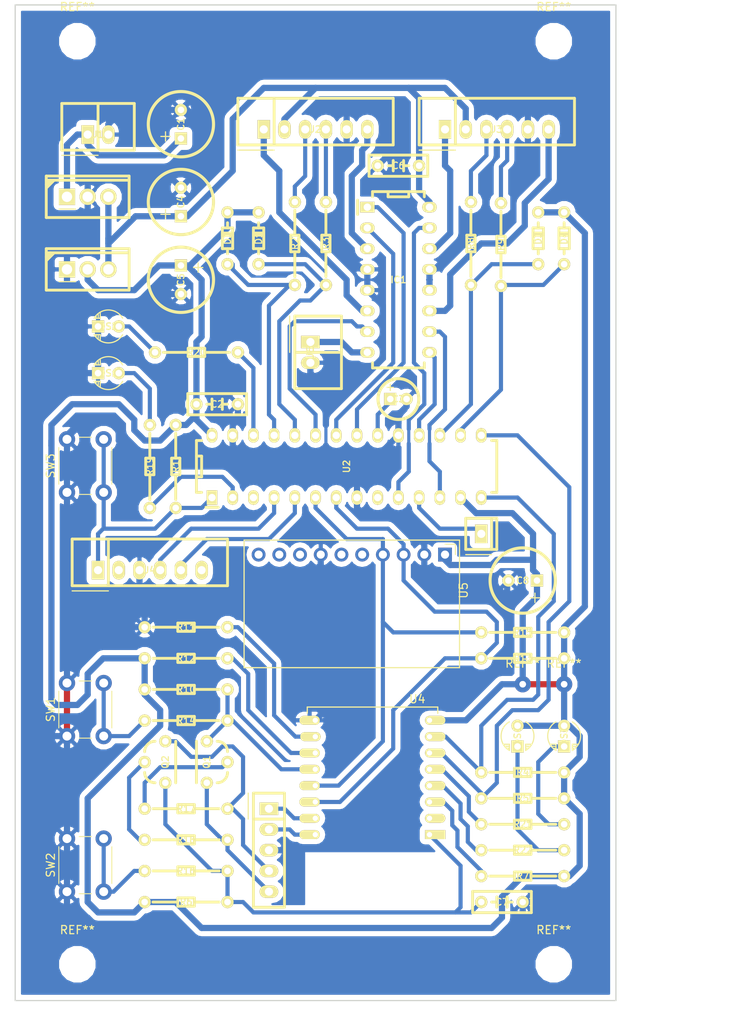
<source format=kicad_pcb>
(kicad_pcb (version 4) (host pcbnew 4.0.6)
  (layers (0 F.Cu jumper) (31 B.Cu signal) (35 F.Paste user) (37 F.SilkS user) (39 F.Mask user) (44 Edge.Cuts user))
  (net 0 "")
  (net 1 V+)
  (net 2 GND)
  (net 3 +3.3)
  (net 4 "Net-(C3-Pad1)")
  (net 5 +5)
  (net 6 /ESP-RST)
  (net 7 /MOT_LEFT_PWM)
  (net 8 /MOT_LEFT_DIR0)
  (net 9 "Net-(IC1-Pad3)")
  (net 10 "Net-(IC1-Pad6)")
  (net 11 /MOT_LEFT_DIR1)
  (net 12 +12)
  (net 13 /MOT_RIGHT_PWM)
  (net 14 /MOT_RIGHT_DIR1)
  (net 15 "Net-(IC1-Pad11)")
  (net 16 "Net-(IC1-Pad14)")
  (net 17 /MOT_RIGHT_DIR0)
  (net 18 "Net-(J2-Pad3)")
  (net 19 "Net-(J2-Pad4)")
  (net 20 "Net-(J3-Pad3)")
  (net 21 "Net-(J3-Pad4)")
  (net 22 /ICSP_VPP)
  (net 23 "Net-(J4-Pad2)")
  (net 24 /ICSP_PGD)
  (net 25 /ICSP_PGC)
  (net 26 "Net-(J4-Pad6)")
  (net 27 "Net-(J5-Pad1)")
  (net 28 "Net-(J5-Pad2)")
  (net 29 "Net-(J5-Pad4)")
  (net 30 "Net-(J5-Pad5)")
  (net 31 "Net-(Q1-Pad2)")
  (net 32 "Net-(Q1-Pad1)")
  (net 33 "Net-(Q2-Pad2)")
  (net 34 /MOT_LEFT_ENC0)
  (net 35 /MOT_LEFT_ENC1)
  (net 36 /MOT_SDA)
  (net 37 /MOT_SCL)
  (net 38 "Net-(R7-Pad2)")
  (net 39 /MOT_RIGHT_ENC0)
  (net 40 /MOT_RIGHT_ENC1)
  (net 41 "Net-(R11-Pad1)")
  (net 42 "Net-(R12-Pad2)")
  (net 43 /MPU_SCL)
  (net 44 "Net-(R14-Pad2)")
  (net 45 /MPU_SDA)
  (net 46 "Net-(R16-Pad2)")
  (net 47 "Net-(U2-Pad3)")
  (net 48 "Net-(U4-Pad2)")
  (net 49 "Net-(U5-Pad5)")
  (net 50 "Net-(U5-Pad6)")
  (net 51 "Net-(U5-Pad8)")
  (net 52 "Net-(U5-Pad9)")
  (net 53 "Net-(U5-Pad10)")
  (net 54 "Net-(U2-Pad9)")
  (net 55 "Net-(DS1-Pad2)")
  (net 56 "Net-(DS2-Pad2)")
  (net 57 "Net-(J7-Pad1)")
  (net 58 "Net-(R19-Pad1)")
  (net 59 "Net-(R20-Pad1)")
  (net 60 "Net-(DS3-Pad1)")
  (net 61 "Net-(DS4-Pad1)")
  (net 62 "Net-(R21-Pad2)")
  (net 63 "Net-(R22-Pad2)")
  (module proj:MPU9265_breakout (layer F.Cu) (at 136.525 120.015 270)
    (fp_text reference U5 (at -0.695 -14.97 270) (layer F.SilkS))
    (fp_text value MPU-92/65_breakout_board)
    (pad 1 thru_hole rect (at -5.08 -12.7 270) (size 1.7 1.7) (drill 1) (layers *.Cu *.Mask) (net 3 +3.3))
    (pad 2 thru_hole oval (at -5.08 -10.16 270) (size 1.7 1.7) (drill 1) (layers *.Cu *.Mask) (net 2 GND))
    (pad 3 thru_hole oval (at -5.08 -7.62 270) (size 1.7 1.7) (drill 1) (layers *.Cu *.Mask) (net 43 /MPU_SCL))
    (pad 4 thru_hole oval (at -5.08 -5.08 270) (size 1.7 1.7) (drill 1) (layers *.Cu *.Mask) (net 45 /MPU_SDA))
    (pad 5 thru_hole oval (at -5.08 -2.54 270) (size 1.7 1.7) (drill 1) (layers *.Cu *.Mask) (net 49 "Net-(U5-Pad5)"))
    (pad 6 thru_hole oval (at -5.08 0 270) (size 1.7 1.7) (drill 1) (layers *.Cu *.Mask) (net 50 "Net-(U5-Pad6)"))
    (pad 7 thru_hole oval (at -5.08 2.54 270) (size 1.7 1.7) (drill 1) (layers *.Cu *.Mask) (net 2 GND))
    (pad 8 thru_hole oval (at -5.08 5.08 270) (size 1.7 1.7) (drill 1) (layers *.Cu *.Mask) (net 51 "Net-(U5-Pad8)"))
    (pad 9 thru_hole oval (at -5.08 7.62 270) (size 1.7 1.7) (drill 1) (layers *.Cu *.Mask) (net 52 "Net-(U5-Pad9)"))
    (pad 10 thru_hole oval (at -5.08 10.16 270) (size 1.7 1.7) (drill 1) (layers *.Cu *.Mask) (net 53 "Net-(U5-Pad10)"))
  )
  (module pth-passive:R-250mW (layer F.Cu) (at 158.75 141.605 180)
    (fp_text reference R4 (at 0 0 180) (layer F.SilkS) (effects (font (size 0.8 0.8))))
    (fp_text value 4K7)
    (pad 1 thru_hole circle (at -5.08 0 180) (size 1.5 1.5) (drill 0.8) (layers *.Cu *.Mask F.SilkS) (net 3 +3.3))
    (pad 2 thru_hole circle (at 5.08 0 180) (size 1.5 1.5) (drill 0.8) (layers *.Cu *.Mask F.SilkS) (net 36 /MOT_SDA))
  )
  (module conn-100mil:CONN-100MIL-M-1x2-SHROUD (layer F.Cu) (at 132.715 90.17 270)
    (fp_text reference J6 (at 0 0 270) (layer F.SilkS) (effects (font (size 0.8 0.8))))
    (fp_text value MOT-POWER)
    (pad 1 thru_hole rect (at -1.27 0 270) (size 1.524 2.286) (drill 1) (layers *.Cu *.Mask F.SilkS) (net 12 +12))
    (pad 2 thru_hole oval (at 1.27 0 270) (size 1.524 2.286) (drill 1) (layers *.Cu *.Mask F.SilkS) (net 2 GND))
  )
  (module pth-semi:TO-92 (layer F.Cu) (at 114.935 140.335 90)
    (fp_text reference Q2 (at 0 0 90) (layer F.SilkS) (effects (font (size 0.8 0.8))))
    (fp_text value BC547)
    (pad 2 thru_hole circle (at 0 -2.54 90) (size 1.5 1.5) (drill 0.8) (layers *.Cu *.Mask F.SilkS) (net 33 "Net-(Q2-Pad2)"))
    (pad 1 thru_hole circle (at -2.54 0 90) (size 1.5 1.5) (drill 0.8) (layers *.Cu *.Mask F.SilkS) (net 6 /ESP-RST))
    (pad 3 thru_hole circle (at 2.54 0 90) (size 1.5 1.5) (drill 0.8) (layers *.Cu *.Mask F.SilkS) (net 29 "Net-(J5-Pad4)"))
  )
  (module pth-passive:R-250mW (layer F.Cu) (at 117.475 149.86)
    (fp_text reference R18 (at 0 0) (layer F.SilkS) (effects (font (size 0.8 0.8))))
    (fp_text value 12K)
    (pad 1 thru_hole circle (at -5.08 0) (size 1.5 1.5) (drill 0.8) (layers *.Cu *.Mask F.SilkS) (net 33 "Net-(Q2-Pad2)"))
    (pad 2 thru_hole circle (at 5.08 0) (size 1.5 1.5) (drill 0.8) (layers *.Cu *.Mask F.SilkS) (net 30 "Net-(J5-Pad5)"))
  )
  (module conn-100mil:CONN-100MIL-F-1x5 (layer F.Cu) (at 127.635 151.13 270)
    (fp_text reference J5 (at 0 0 270) (layer F.SilkS) (effects (font (size 0.8 0.8))))
    (fp_text value ESP-RS232)
    (pad 1 thru_hole rect (at -5.08 0 270) (size 1.524 2.286) (drill 1) (layers *.Cu *.Mask F.SilkS) (net 27 "Net-(J5-Pad1)"))
    (pad 2 thru_hole oval (at -2.54 0 270) (size 1.524 2.286) (drill 1) (layers *.Cu *.Mask F.SilkS) (net 28 "Net-(J5-Pad2)"))
    (pad 3 thru_hole oval (at 0 0 270) (size 1.524 2.286) (drill 1) (layers *.Cu *.Mask F.SilkS) (net 2 GND))
    (pad 4 thru_hole oval (at 2.54 0 270) (size 1.524 2.286) (drill 1) (layers *.Cu *.Mask F.SilkS) (net 29 "Net-(J5-Pad4)"))
    (pad 5 thru_hole oval (at 5.08 0 270) (size 1.524 2.286) (drill 1) (layers *.Cu *.Mask F.SilkS) (net 30 "Net-(J5-Pad5)"))
  )
  (module pth-passive:R-250mW (layer F.Cu) (at 117.475 146.05)
    (fp_text reference R17 (at 0 0) (layer F.SilkS) (effects (font (size 0.8 0.8))))
    (fp_text value 12K)
    (pad 1 thru_hole circle (at -5.08 0) (size 1.5 1.5) (drill 0.8) (layers *.Cu *.Mask F.SilkS) (net 31 "Net-(Q1-Pad2)"))
    (pad 2 thru_hole circle (at 5.08 0) (size 1.5 1.5) (drill 0.8) (layers *.Cu *.Mask F.SilkS) (net 29 "Net-(J5-Pad4)"))
  )
  (module dip-sip:DIP-28 (layer F.Cu) (at 137.16 104.14 90)
    (fp_text reference U2 (at 0 0 90) (layer F.SilkS) (effects (font (size 0.8 0.8))))
    (fp_text value PIC24FJ32GA002-I/SP)
    (pad 1 thru_hole rect (at -3.81 -16.51 90) (size 1.778 1.3) (drill 0.9) (layers *.Cu *.Mask F.SilkS) (net 22 /ICSP_VPP))
    (pad 2 thru_hole oval (at -3.81 -13.97 90) (size 1.778 1.3) (drill 0.9) (layers *.Cu *.Mask F.SilkS) (net 58 "Net-(R19-Pad1)"))
    (pad 3 thru_hole oval (at -3.81 -11.43 90) (size 1.778 1.3) (drill 0.9) (layers *.Cu *.Mask F.SilkS) (net 47 "Net-(U2-Pad3)"))
    (pad 4 thru_hole oval (at -3.81 -8.89 90) (size 1.778 1.3) (drill 0.9) (layers *.Cu *.Mask F.SilkS) (net 24 /ICSP_PGD))
    (pad 5 thru_hole oval (at -3.81 -6.35 90) (size 1.778 1.3) (drill 0.9) (layers *.Cu *.Mask F.SilkS) (net 25 /ICSP_PGC))
    (pad 6 thru_hole oval (at -3.81 -3.81 90) (size 1.778 1.3) (drill 0.9) (layers *.Cu *.Mask F.SilkS) (net 45 /MPU_SDA))
    (pad 7 thru_hole oval (at -3.81 -1.27 90) (size 1.778 1.3) (drill 0.9) (layers *.Cu *.Mask F.SilkS) (net 43 /MPU_SCL))
    (pad 8 thru_hole oval (at -3.81 1.27 90) (size 1.778 1.3) (drill 0.9) (layers *.Cu *.Mask F.SilkS) (net 2 GND))
    (pad 9 thru_hole oval (at -3.81 3.81 90) (size 1.778 1.3) (drill 0.9) (layers *.Cu *.Mask F.SilkS) (net 54 "Net-(U2-Pad9)"))
    (pad 10 thru_hole oval (at -3.81 6.35 90) (size 1.778 1.3) (drill 0.9) (layers *.Cu *.Mask F.SilkS) (net 17 /MOT_RIGHT_DIR0))
    (pad 11 thru_hole oval (at -3.81 8.89 90) (size 1.778 1.3) (drill 0.9) (layers *.Cu *.Mask F.SilkS) (net 57 "Net-(J7-Pad1)"))
    (pad 12 thru_hole oval (at -3.81 11.43 90) (size 1.778 1.3) (drill 0.9) (layers *.Cu *.Mask F.SilkS) (net 14 /MOT_RIGHT_DIR1))
    (pad 13 thru_hole oval (at -3.81 13.97 90) (size 1.778 1.3) (drill 0.9) (layers *.Cu *.Mask F.SilkS) (net 3 +3.3))
    (pad 14 thru_hole oval (at -3.81 16.51 90) (size 1.778 1.3) (drill 0.9) (layers *.Cu *.Mask F.SilkS) (net 36 /MOT_SDA))
    (pad 15 thru_hole oval (at 3.81 16.51 90) (size 1.778 1.3) (drill 0.9) (layers *.Cu *.Mask F.SilkS) (net 37 /MOT_SCL))
    (pad 16 thru_hole oval (at 3.81 13.97 90) (size 1.778 1.3) (drill 0.9) (layers *.Cu *.Mask F.SilkS) (net 40 /MOT_RIGHT_ENC1))
    (pad 17 thru_hole oval (at 3.81 11.43 90) (size 1.778 1.3) (drill 0.9) (layers *.Cu *.Mask F.SilkS) (net 39 /MOT_RIGHT_ENC0))
    (pad 18 thru_hole oval (at 3.81 8.89 90) (size 1.778 1.3) (drill 0.9) (layers *.Cu *.Mask F.SilkS) (net 13 /MOT_RIGHT_PWM))
    (pad 19 thru_hole oval (at 3.81 6.35 90) (size 1.778 1.3) (drill 0.9) (layers *.Cu *.Mask F.SilkS) (net 2 GND))
    (pad 20 thru_hole oval (at 3.81 3.81 90) (size 1.778 1.3) (drill 0.9) (layers *.Cu *.Mask F.SilkS) (net 4 "Net-(C3-Pad1)"))
    (pad 21 thru_hole oval (at 3.81 1.27 90) (size 1.778 1.3) (drill 0.9) (layers *.Cu *.Mask F.SilkS) (net 7 /MOT_LEFT_PWM))
    (pad 22 thru_hole oval (at 3.81 -1.27 90) (size 1.778 1.3) (drill 0.9) (layers *.Cu *.Mask F.SilkS) (net 8 /MOT_LEFT_DIR0))
    (pad 23 thru_hole oval (at 3.81 -3.81 90) (size 1.778 1.3) (drill 0.9) (layers *.Cu *.Mask F.SilkS) (net 11 /MOT_LEFT_DIR1))
    (pad 24 thru_hole oval (at 3.81 -6.35 90) (size 1.778 1.3) (drill 0.9) (layers *.Cu *.Mask F.SilkS) (net 35 /MOT_LEFT_ENC1))
    (pad 25 thru_hole oval (at 3.81 -8.89 90) (size 1.778 1.3) (drill 0.9) (layers *.Cu *.Mask F.SilkS) (net 34 /MOT_LEFT_ENC0))
    (pad 26 thru_hole oval (at 3.81 -11.43 90) (size 1.778 1.3) (drill 0.9) (layers *.Cu *.Mask F.SilkS) (net 59 "Net-(R20-Pad1)"))
    (pad 27 thru_hole oval (at 3.81 -13.97 90) (size 1.778 1.3) (drill 0.9) (layers *.Cu *.Mask F.SilkS) (net 2 GND))
    (pad 28 thru_hole oval (at 3.81 -16.51 90) (size 1.778 1.3) (drill 0.9) (layers *.Cu *.Mask F.SilkS) (net 3 +3.3))
  )
  (module pth-passive:C-FILM-2.5mm (layer F.Cu) (at 121.285 96.52)
    (fp_text reference C2 (at 0 0) (layer F.SilkS) (effects (font (size 0.8 0.8))))
    (fp_text value 100n)
    (pad 1 thru_hole circle (at -2.54 0) (size 1.5 1.5) (drill 0.8) (layers *.Cu *.Mask F.SilkS) (net 3 +3.3))
    (pad 2 thru_hole circle (at 2.54 0) (size 1.5 1.5) (drill 0.8) (layers *.Cu *.Mask F.SilkS) (net 2 GND))
  )
  (module pth-passive:C-FILM-2.5mm (layer F.Cu) (at 143.51 67.31 180)
    (fp_text reference C6 (at 0 0 180) (layer F.SilkS) (effects (font (size 0.8 0.8))))
    (fp_text value 100n)
    (pad 1 thru_hole circle (at -2.54 0 180) (size 1.5 1.5) (drill 0.8) (layers *.Cu *.Mask F.SilkS) (net 5 +5))
    (pad 2 thru_hole circle (at 2.54 0 180) (size 1.5 1.5) (drill 0.8) (layers *.Cu *.Mask F.SilkS) (net 2 GND))
  )
  (module pth-passive:C-FILM-2.5mm (layer F.Cu) (at 156.21 157.48)
    (fp_text reference C7 (at 0 0) (layer F.SilkS) (effects (font (size 0.8 0.8))))
    (fp_text value 100n)
    (pad 1 thru_hole circle (at -2.54 0) (size 1.5 1.5) (drill 0.8) (layers *.Cu *.Mask F.SilkS) (net 6 /ESP-RST))
    (pad 2 thru_hole circle (at 2.54 0) (size 1.5 1.5) (drill 0.8) (layers *.Cu *.Mask F.SilkS) (net 2 GND))
  )
  (module pth-semi:DO-35 (layer F.Cu) (at 126.365 76.2 270)
    (fp_text reference D1 (at 0 0 270) (layer F.SilkS) (effects (font (size 0.8 0.8))))
    (fp_text value 1N4148)
    (pad 1 thru_hole circle (at -3.175 0 90) (size 1.5 1.5) (drill 0.8) (layers *.Cu *.Mask F.SilkS) (net 3 +3.3))
    (pad 2 thru_hole circle (at 3.175 0 90) (size 1.5 1.5) (drill 0.8) (layers *.Cu *.Mask F.SilkS) (net 35 /MOT_LEFT_ENC1))
  )
  (module pth-semi:DO-35 (layer F.Cu) (at 122.555 76.2 270)
    (fp_text reference D2 (at 0 0 270) (layer F.SilkS) (effects (font (size 0.8 0.8))))
    (fp_text value 1N4148)
    (pad 1 thru_hole circle (at -3.175 0 90) (size 1.5 1.5) (drill 0.8) (layers *.Cu *.Mask F.SilkS) (net 3 +3.3))
    (pad 2 thru_hole circle (at 3.175 0 90) (size 1.5 1.5) (drill 0.8) (layers *.Cu *.Mask F.SilkS) (net 34 /MOT_LEFT_ENC0))
  )
  (module pth-semi:DO-35 (layer F.Cu) (at 160.655 76.2 270)
    (fp_text reference D3 (at 0 0 270) (layer F.SilkS) (effects (font (size 0.8 0.8))))
    (fp_text value 1N4148)
    (pad 1 thru_hole circle (at -3.175 0 90) (size 1.5 1.5) (drill 0.8) (layers *.Cu *.Mask F.SilkS) (net 3 +3.3))
    (pad 2 thru_hole circle (at 3.175 0 90) (size 1.5 1.5) (drill 0.8) (layers *.Cu *.Mask F.SilkS) (net 39 /MOT_RIGHT_ENC0))
  )
  (module pth-semi:DO-35 (layer F.Cu) (at 163.83 76.2 270)
    (fp_text reference D4 (at 0 0 270) (layer F.SilkS) (effects (font (size 0.8 0.8))))
    (fp_text value 1N4148)
    (pad 1 thru_hole circle (at -3.175 0 90) (size 1.5 1.5) (drill 0.8) (layers *.Cu *.Mask F.SilkS) (net 3 +3.3))
    (pad 2 thru_hole circle (at 3.175 0 90) (size 1.5 1.5) (drill 0.8) (layers *.Cu *.Mask F.SilkS) (net 40 /MOT_RIGHT_ENC1))
  )
  (module dip-sip:DIP-16 (layer F.Cu) (at 143.51 81.28)
    (fp_text reference IC1 (at 0 0) (layer F.SilkS) (effects (font (size 0.8 0.8))))
    (fp_text value SN754410)
    (pad 1 thru_hole rect (at -3.81 -8.89) (size 1.778 1.3) (drill 0.9) (layers *.Cu *.Mask F.SilkS) (net 7 /MOT_LEFT_PWM))
    (pad 2 thru_hole oval (at -3.81 -6.35) (size 1.778 1.3) (drill 0.9) (layers *.Cu *.Mask F.SilkS) (net 8 /MOT_LEFT_DIR0))
    (pad 3 thru_hole oval (at -3.81 -3.81) (size 1.778 1.3) (drill 0.9) (layers *.Cu *.Mask F.SilkS) (net 9 "Net-(IC1-Pad3)"))
    (pad 4 thru_hole oval (at -3.81 -1.27) (size 1.778 1.3) (drill 0.9) (layers *.Cu *.Mask F.SilkS) (net 2 GND))
    (pad 5 thru_hole oval (at -3.81 1.27) (size 1.778 1.3) (drill 0.9) (layers *.Cu *.Mask F.SilkS) (net 2 GND))
    (pad 6 thru_hole oval (at -3.81 3.81) (size 1.778 1.3) (drill 0.9) (layers *.Cu *.Mask F.SilkS) (net 10 "Net-(IC1-Pad6)"))
    (pad 7 thru_hole oval (at -3.81 6.35) (size 1.778 1.3) (drill 0.9) (layers *.Cu *.Mask F.SilkS) (net 11 /MOT_LEFT_DIR1))
    (pad 8 thru_hole oval (at -3.81 8.89) (size 1.778 1.3) (drill 0.9) (layers *.Cu *.Mask F.SilkS) (net 12 +12))
    (pad 9 thru_hole oval (at 3.81 8.89) (size 1.778 1.3) (drill 0.9) (layers *.Cu *.Mask F.SilkS) (net 13 /MOT_RIGHT_PWM))
    (pad 10 thru_hole oval (at 3.81 6.35) (size 1.778 1.3) (drill 0.9) (layers *.Cu *.Mask F.SilkS) (net 14 /MOT_RIGHT_DIR1))
    (pad 11 thru_hole oval (at 3.81 3.81) (size 1.778 1.3) (drill 0.9) (layers *.Cu *.Mask F.SilkS) (net 15 "Net-(IC1-Pad11)"))
    (pad 12 thru_hole oval (at 3.81 1.27) (size 1.778 1.3) (drill 0.9) (layers *.Cu *.Mask F.SilkS) (net 2 GND))
    (pad 13 thru_hole oval (at 3.81 -1.27) (size 1.778 1.3) (drill 0.9) (layers *.Cu *.Mask F.SilkS) (net 2 GND))
    (pad 14 thru_hole oval (at 3.81 -3.81) (size 1.778 1.3) (drill 0.9) (layers *.Cu *.Mask F.SilkS) (net 16 "Net-(IC1-Pad14)"))
    (pad 15 thru_hole oval (at 3.81 -6.35) (size 1.778 1.3) (drill 0.9) (layers *.Cu *.Mask F.SilkS) (net 17 /MOT_RIGHT_DIR0))
    (pad 16 thru_hole oval (at 3.81 -8.89) (size 1.778 1.3) (drill 0.9) (layers *.Cu *.Mask F.SilkS) (net 5 +5))
  )
  (module conn-100mil:CONN-100MIL-M-1x6-SHROUD (layer F.Cu) (at 133.35 62.865)
    (fp_text reference J2 (at 0 0) (layer F.SilkS) (effects (font (size 0.8 0.8))))
    (fp_text value MOT-LEFT)
    (pad 1 thru_hole rect (at -6.35 0) (size 1.524 2.286) (drill 1) (layers *.Cu *.Mask F.SilkS) (net 10 "Net-(IC1-Pad6)"))
    (pad 2 thru_hole oval (at -3.81 0) (size 1.524 2.286) (drill 1) (layers *.Cu *.Mask F.SilkS) (net 5 +5))
    (pad 3 thru_hole oval (at -1.27 0) (size 1.524 2.286) (drill 1) (layers *.Cu *.Mask F.SilkS) (net 18 "Net-(J2-Pad3)"))
    (pad 4 thru_hole oval (at 1.27 0) (size 1.524 2.286) (drill 1) (layers *.Cu *.Mask F.SilkS) (net 19 "Net-(J2-Pad4)"))
    (pad 5 thru_hole oval (at 3.81 0) (size 1.524 2.286) (drill 1) (layers *.Cu *.Mask F.SilkS) (net 2 GND))
    (pad 6 thru_hole oval (at 6.35 0) (size 1.524 2.286) (drill 1) (layers *.Cu *.Mask F.SilkS) (net 9 "Net-(IC1-Pad3)"))
  )
  (module conn-100mil:CONN-100MIL-M-1x6-SHROUD (layer F.Cu) (at 155.575 62.865)
    (fp_text reference J3 (at 0 0) (layer F.SilkS) (effects (font (size 0.8 0.8))))
    (fp_text value MOT-RIGHT)
    (pad 1 thru_hole rect (at -6.35 0) (size 1.524 2.286) (drill 1) (layers *.Cu *.Mask F.SilkS) (net 16 "Net-(IC1-Pad14)"))
    (pad 2 thru_hole oval (at -3.81 0) (size 1.524 2.286) (drill 1) (layers *.Cu *.Mask F.SilkS) (net 5 +5))
    (pad 3 thru_hole oval (at -1.27 0) (size 1.524 2.286) (drill 1) (layers *.Cu *.Mask F.SilkS) (net 20 "Net-(J3-Pad3)"))
    (pad 4 thru_hole oval (at 1.27 0) (size 1.524 2.286) (drill 1) (layers *.Cu *.Mask F.SilkS) (net 21 "Net-(J3-Pad4)"))
    (pad 5 thru_hole oval (at 3.81 0) (size 1.524 2.286) (drill 1) (layers *.Cu *.Mask F.SilkS) (net 2 GND))
    (pad 6 thru_hole oval (at 6.35 0) (size 1.524 2.286) (drill 1) (layers *.Cu *.Mask F.SilkS) (net 15 "Net-(IC1-Pad11)"))
  )
  (module conn-100mil:CONN-100MIL-M-1x6-SHROUD (layer F.Cu) (at 113.03 116.84)
    (fp_text reference J4 (at 0 0) (layer F.SilkS) (effects (font (size 0.8 0.8))))
    (fp_text value ICSP)
    (pad 1 thru_hole rect (at -6.35 0) (size 1.524 2.286) (drill 1) (layers *.Cu *.Mask F.SilkS) (net 22 /ICSP_VPP))
    (pad 2 thru_hole oval (at -3.81 0) (size 1.524 2.286) (drill 1) (layers *.Cu *.Mask F.SilkS) (net 23 "Net-(J4-Pad2)"))
    (pad 3 thru_hole oval (at -1.27 0) (size 1.524 2.286) (drill 1) (layers *.Cu *.Mask F.SilkS) (net 2 GND))
    (pad 4 thru_hole oval (at 1.27 0) (size 1.524 2.286) (drill 1) (layers *.Cu *.Mask F.SilkS) (net 24 /ICSP_PGD))
    (pad 5 thru_hole oval (at 3.81 0) (size 1.524 2.286) (drill 1) (layers *.Cu *.Mask F.SilkS) (net 25 /ICSP_PGC))
    (pad 6 thru_hole oval (at 6.35 0) (size 1.524 2.286) (drill 1) (layers *.Cu *.Mask F.SilkS) (net 26 "Net-(J4-Pad6)"))
  )
  (module pth-semi:TO-92 (layer F.Cu) (at 120.015 140.335 270)
    (fp_text reference Q1 (at 0 0 270) (layer F.SilkS) (effects (font (size 0.8 0.8))))
    (fp_text value BC547)
    (pad 2 thru_hole circle (at 0 -2.54 270) (size 1.5 1.5) (drill 0.8) (layers *.Cu *.Mask F.SilkS) (net 31 "Net-(Q1-Pad2)"))
    (pad 1 thru_hole circle (at -2.54 0 270) (size 1.5 1.5) (drill 0.8) (layers *.Cu *.Mask F.SilkS) (net 32 "Net-(Q1-Pad1)"))
    (pad 3 thru_hole circle (at 2.54 0 270) (size 1.5 1.5) (drill 0.8) (layers *.Cu *.Mask F.SilkS) (net 30 "Net-(J5-Pad5)"))
  )
  (module pth-passive:R-250mW (layer F.Cu) (at 116.205 104.14 90)
    (fp_text reference R1 (at 0 0 90) (layer F.SilkS) (effects (font (size 0.8 0.8))))
    (fp_text value 10K)
    (pad 1 thru_hole circle (at -5.08 0 90) (size 1.5 1.5) (drill 0.8) (layers *.Cu *.Mask F.SilkS) (net 22 /ICSP_VPP))
    (pad 2 thru_hole circle (at 5.08 0 90) (size 1.5 1.5) (drill 0.8) (layers *.Cu *.Mask F.SilkS) (net 3 +3.3))
  )
  (module pth-passive:R-250mW (layer F.Cu) (at 130.81 76.835 90)
    (fp_text reference R2 (at 0 0 90) (layer F.SilkS) (effects (font (size 0.8 0.8))))
    (fp_text value 1K)
    (pad 1 thru_hole circle (at -5.08 0 90) (size 1.5 1.5) (drill 0.8) (layers *.Cu *.Mask F.SilkS) (net 34 /MOT_LEFT_ENC0))
    (pad 2 thru_hole circle (at 5.08 0 90) (size 1.5 1.5) (drill 0.8) (layers *.Cu *.Mask F.SilkS) (net 18 "Net-(J2-Pad3)"))
  )
  (module pth-passive:R-250mW (layer F.Cu) (at 134.62 76.835 90)
    (fp_text reference R3 (at 0 0 90) (layer F.SilkS) (effects (font (size 0.8 0.8))))
    (fp_text value 1K)
    (pad 1 thru_hole circle (at -5.08 0 90) (size 1.5 1.5) (drill 0.8) (layers *.Cu *.Mask F.SilkS) (net 35 /MOT_LEFT_ENC1))
    (pad 2 thru_hole circle (at 5.08 0 90) (size 1.5 1.5) (drill 0.8) (layers *.Cu *.Mask F.SilkS) (net 19 "Net-(J2-Pad4)"))
  )
  (module pth-passive:R-250mW (layer F.Cu) (at 158.75 144.78 180)
    (fp_text reference R5 (at 0 0 180) (layer F.SilkS) (effects (font (size 0.8 0.8))))
    (fp_text value 4K7)
    (pad 1 thru_hole circle (at -5.08 0 180) (size 1.5 1.5) (drill 0.8) (layers *.Cu *.Mask F.SilkS) (net 3 +3.3))
    (pad 2 thru_hole circle (at 5.08 0 180) (size 1.5 1.5) (drill 0.8) (layers *.Cu *.Mask F.SilkS) (net 37 /MOT_SCL))
  )
  (module pth-passive:R-250mW (layer F.Cu) (at 117.475 157.48)
    (fp_text reference R6 (at 0 0) (layer F.SilkS) (effects (font (size 0.8 0.8))))
    (fp_text value 12K)
    (pad 1 thru_hole circle (at -5.08 0) (size 1.5 1.5) (drill 0.8) (layers *.Cu *.Mask F.SilkS) (net 3 +3.3))
    (pad 2 thru_hole circle (at 5.08 0) (size 1.5 1.5) (drill 0.8) (layers *.Cu *.Mask F.SilkS) (net 6 /ESP-RST))
  )
  (module pth-passive:R-250mW (layer F.Cu) (at 152.4 76.835 90)
    (fp_text reference R8 (at 0 0 90) (layer F.SilkS) (effects (font (size 0.8 0.8))))
    (fp_text value 1K)
    (pad 1 thru_hole circle (at -5.08 0 90) (size 1.5 1.5) (drill 0.8) (layers *.Cu *.Mask F.SilkS) (net 39 /MOT_RIGHT_ENC0))
    (pad 2 thru_hole circle (at 5.08 0 90) (size 1.5 1.5) (drill 0.8) (layers *.Cu *.Mask F.SilkS) (net 20 "Net-(J3-Pad3)"))
  )
  (module pth-passive:R-250mW (layer F.Cu) (at 156.083 76.962 90)
    (fp_text reference R9 (at 0 0 90) (layer F.SilkS) (effects (font (size 0.8 0.8))))
    (fp_text value 1K)
    (pad 1 thru_hole circle (at -5.08 0 90) (size 1.5 1.5) (drill 0.8) (layers *.Cu *.Mask F.SilkS) (net 40 /MOT_RIGHT_ENC1))
    (pad 2 thru_hole circle (at 5.08 0 90) (size 1.5 1.5) (drill 0.8) (layers *.Cu *.Mask F.SilkS) (net 21 "Net-(J3-Pad4)"))
  )
  (module pth-passive:R-250mW (layer F.Cu) (at 117.475 131.445)
    (fp_text reference R10 (at 0 0) (layer F.SilkS) (effects (font (size 0.8 0.8))))
    (fp_text value 12K)
    (pad 1 thru_hole circle (at -5.08 0) (size 1.5 1.5) (drill 0.8) (layers *.Cu *.Mask F.SilkS) (net 3 +3.3))
    (pad 2 thru_hole circle (at 5.08 0) (size 1.5 1.5) (drill 0.8) (layers *.Cu *.Mask F.SilkS) (net 32 "Net-(Q1-Pad1)"))
  )
  (module pth-passive:R-250mW (layer F.Cu) (at 117.475 123.825 180)
    (fp_text reference R11 (at 0 0 180) (layer F.SilkS) (effects (font (size 0.8 0.8))))
    (fp_text value 12K)
    (pad 1 thru_hole circle (at -5.08 0 180) (size 1.5 1.5) (drill 0.8) (layers *.Cu *.Mask F.SilkS) (net 41 "Net-(R11-Pad1)"))
    (pad 2 thru_hole circle (at 5.08 0 180) (size 1.5 1.5) (drill 0.8) (layers *.Cu *.Mask F.SilkS) (net 2 GND))
  )
  (module pth-passive:R-250mW (layer F.Cu) (at 117.475 127.635)
    (fp_text reference R12 (at 0 0) (layer F.SilkS) (effects (font (size 0.8 0.8))))
    (fp_text value 12K)
    (pad 1 thru_hole circle (at -5.08 0) (size 1.5 1.5) (drill 0.8) (layers *.Cu *.Mask F.SilkS) (net 3 +3.3))
    (pad 2 thru_hole circle (at 5.08 0) (size 1.5 1.5) (drill 0.8) (layers *.Cu *.Mask F.SilkS) (net 42 "Net-(R12-Pad2)"))
  )
  (module pth-passive:R-250mW (layer F.Cu) (at 158.75 127.635 180)
    (fp_text reference R13 (at 0 0 180) (layer F.SilkS) (effects (font (size 0.8 0.8))))
    (fp_text value 4K7)
    (pad 1 thru_hole circle (at -5.08 0 180) (size 1.5 1.5) (drill 0.8) (layers *.Cu *.Mask F.SilkS) (net 3 +3.3))
    (pad 2 thru_hole circle (at 5.08 0 180) (size 1.5 1.5) (drill 0.8) (layers *.Cu *.Mask F.SilkS) (net 43 /MPU_SCL))
  )
  (module pth-passive:R-250mW (layer F.Cu) (at 117.475 135.255 180)
    (fp_text reference R14 (at 0 0 180) (layer F.SilkS) (effects (font (size 0.8 0.8))))
    (fp_text value 470)
    (pad 1 thru_hole circle (at -5.08 0 180) (size 1.5 1.5) (drill 0.8) (layers *.Cu *.Mask F.SilkS) (net 32 "Net-(Q1-Pad1)"))
    (pad 2 thru_hole circle (at 5.08 0 180) (size 1.5 1.5) (drill 0.8) (layers *.Cu *.Mask F.SilkS) (net 44 "Net-(R14-Pad2)"))
  )
  (module pth-passive:R-250mW (layer F.Cu) (at 158.75 124.46 180)
    (fp_text reference R15 (at 0 0 180) (layer F.SilkS) (effects (font (size 0.8 0.8))))
    (fp_text value 4K7)
    (pad 1 thru_hole circle (at -5.08 0 180) (size 1.5 1.5) (drill 0.8) (layers *.Cu *.Mask F.SilkS) (net 3 +3.3))
    (pad 2 thru_hole circle (at 5.08 0 180) (size 1.5 1.5) (drill 0.8) (layers *.Cu *.Mask F.SilkS) (net 45 /MPU_SDA))
  )
  (module pth-passive:R-250mW (layer F.Cu) (at 117.475 153.67 180)
    (fp_text reference R16 (at 0 0 180) (layer F.SilkS) (effects (font (size 0.8 0.8))))
    (fp_text value 470)
    (pad 1 thru_hole circle (at -5.08 0 180) (size 1.5 1.5) (drill 0.8) (layers *.Cu *.Mask F.SilkS) (net 6 /ESP-RST))
    (pad 2 thru_hole circle (at 5.08 0 180) (size 1.5 1.5) (drill 0.8) (layers *.Cu *.Mask F.SilkS) (net 46 "Net-(R16-Pad2)"))
  )
  (module pth-semi:TO-220 (layer F.Cu) (at 105.41 71.12)
    (fp_text reference U1 (at 0 0) (layer F.SilkS) (effects (font (size 0.8 0.8))))
    (fp_text value L7805CV)
    (pad 2 thru_hole circle (at 0 0) (size 1.99898 1.99898) (drill 1.27) (layers *.Cu *.Mask F.SilkS) (net 2 GND))
    (pad 1 thru_hole rect (at -2.54 0) (size 1.99898 1.99898) (drill 1.27) (layers *.Cu *.Mask F.SilkS) (net 1 V+))
    (pad 3 thru_hole circle (at 2.54 0) (size 1.99898 1.99898) (drill 1.27) (layers *.Cu *.Mask F.SilkS) (net 5 +5))
  )
  (module pth-semi:TO-220 (layer F.Cu) (at 105.41 80.01)
    (fp_text reference U3 (at 0 0) (layer F.SilkS) (effects (font (size 0.8 0.8))))
    (fp_text value LM1117T-3.3)
    (pad 2 thru_hole circle (at 0 0) (size 1.99898 1.99898) (drill 1.27) (layers *.Cu *.Mask F.SilkS) (net 3 +3.3))
    (pad 1 thru_hole rect (at -2.54 0) (size 1.99898 1.99898) (drill 1.27) (layers *.Cu *.Mask F.SilkS) (net 2 GND))
    (pad 3 thru_hole circle (at 2.54 0) (size 1.99898 1.99898) (drill 1.27) (layers *.Cu *.Mask F.SilkS) (net 5 +5))
  )
  (module pth-passive:R-250mW (layer F.Cu) (at 158.75 154.305 180)
    (fp_text reference R7 (at 0 0 180) (layer F.SilkS) (effects (font (size 0.8 0.8))))
    (fp_text value 12K)
    (pad 1 thru_hole circle (at -5.08 0 180) (size 1.5 1.5) (drill 0.8) (layers *.Cu *.Mask F.SilkS) (net 3 +3.3))
    (pad 2 thru_hole circle (at 5.08 0 180) (size 1.5 1.5) (drill 0.8) (layers *.Cu *.Mask F.SilkS) (net 38 "Net-(R7-Pad2)"))
  )
  (module Buttons_Switches_THT:SW_PUSH_6mm_h5mm (layer F.Cu) (at 102.87 137.16 90)
    (fp_text reference SW1 (at 3.25 -2 90) (layer F.SilkS))
    (fp_text value FLASH)
    (pad 2 thru_hole circle (at 0 4.5 180) (size 2 2) (drill 1.1) (layers *.Cu *.Mask) (net 44 "Net-(R14-Pad2)"))
    (pad 1 thru_hole circle (at 0 0 180) (size 2 2) (drill 1.1) (layers *.Cu *.Mask) (net 2 GND))
    (pad 2 thru_hole circle (at 6.5 4.5 180) (size 2 2) (drill 1.1) (layers *.Cu *.Mask) (net 44 "Net-(R14-Pad2)"))
    (pad 1 thru_hole circle (at 6.5 0 180) (size 2 2) (drill 1.1) (layers *.Cu *.Mask) (net 2 GND))
  )
  (module Buttons_Switches_THT:SW_PUSH_6mm_h5mm (layer F.Cu) (at 102.87 156.21 90)
    (fp_text reference SW2 (at 3.25 -2 90) (layer F.SilkS))
    (fp_text value RESET)
    (pad 2 thru_hole circle (at 0 4.5 180) (size 2 2) (drill 1.1) (layers *.Cu *.Mask) (net 46 "Net-(R16-Pad2)"))
    (pad 1 thru_hole circle (at 0 0 180) (size 2 2) (drill 1.1) (layers *.Cu *.Mask) (net 2 GND))
    (pad 2 thru_hole circle (at 6.5 4.5 180) (size 2 2) (drill 1.1) (layers *.Cu *.Mask) (net 46 "Net-(R16-Pad2)"))
    (pad 1 thru_hole circle (at 6.5 0 180) (size 2 2) (drill 1.1) (layers *.Cu *.Mask) (net 2 GND))
  )
  (module pth-passive:C-ALUM-8mm (layer F.Cu) (at 116.84 62.23 90)
    (fp_text reference C1 (at 0 0 90) (layer F.SilkS) (effects (font (size 0.8 0.8))))
    (fp_text value 220u)
    (fp_text user + (at -1.5 -2 90) (layer F.SilkS) (effects (font (size 1.5 1.5))))
    (pad 1 thru_hole rect (at -1.75006 0 90) (size 1.5 1.5) (drill 0.8) (layers *.Cu *.Mask F.SilkS) (net 1 V+))
    (pad 2 thru_hole circle (at 1.75006 0 90) (size 1.5 1.5) (drill 0.8) (layers *.Cu *.Mask F.SilkS) (net 2 GND))
  )
  (module pth-passive:C-ALUM-5mm (layer F.Cu) (at 143.51 95.885)
    (fp_text reference C3 (at 0 0) (layer F.SilkS) (effects (font (size 0.8 0.8))))
    (fp_text value 10u)
    (fp_text user + (at -1 -1.5) (layer F.SilkS))
    (pad 1 thru_hole rect (at -1 0) (size 1.5 1.5) (drill 0.8) (layers *.Cu *.Mask F.SilkS) (net 4 "Net-(C3-Pad1)"))
    (pad 2 thru_hole circle (at 1 0) (size 1.5 1.5) (drill 0.8) (layers *.Cu *.Mask F.SilkS) (net 2 GND))
  )
  (module pth-passive:C-ALUM-8mm (layer F.Cu) (at 116.84 81.28 270)
    (fp_text reference C5 (at 0 0 270) (layer F.SilkS) (effects (font (size 0.8 0.8))))
    (fp_text value 220u)
    (fp_text user + (at -1.5 -2 270) (layer F.SilkS) (effects (font (size 1.5 1.5))))
    (pad 1 thru_hole rect (at -1.75006 0 270) (size 1.5 1.5) (drill 0.8) (layers *.Cu *.Mask F.SilkS) (net 3 +3.3))
    (pad 2 thru_hole circle (at 1.75006 0 270) (size 1.5 1.5) (drill 0.8) (layers *.Cu *.Mask F.SilkS) (net 2 GND))
  )
  (module pth-passive:C-ALUM-8mm (layer F.Cu) (at 116.84 71.755 90)
    (fp_text reference C4 (at 0 0 90) (layer F.SilkS) (effects (font (size 0.8 0.8))))
    (fp_text value 220u)
    (fp_text user + (at -1.5 -2 90) (layer F.SilkS) (effects (font (size 1.5 1.5))))
    (pad 1 thru_hole rect (at -1.75006 0 90) (size 1.5 1.5) (drill 0.8) (layers *.Cu *.Mask F.SilkS) (net 5 +5))
    (pad 2 thru_hole circle (at 1.75006 0 90) (size 1.5 1.5) (drill 0.8) (layers *.Cu *.Mask F.SilkS) (net 2 GND))
  )
  (module Buttons_Switches_THT:SW_PUSH_6mm_h5mm (layer F.Cu) (at 102.87 107.315 90)
    (fp_text reference SW3 (at 3.25 -2 90) (layer F.SilkS))
    (fp_text value RESET)
    (pad 2 thru_hole circle (at 0 4.5 180) (size 2 2) (drill 1.1) (layers *.Cu *.Mask) (net 22 /ICSP_VPP))
    (pad 1 thru_hole circle (at 0 0 180) (size 2 2) (drill 1.1) (layers *.Cu *.Mask) (net 2 GND))
    (pad 2 thru_hole circle (at 6.5 4.5 180) (size 2 2) (drill 1.1) (layers *.Cu *.Mask) (net 22 /ICSP_VPP))
    (pad 1 thru_hole circle (at 6.5 0 180) (size 2 2) (drill 1.1) (layers *.Cu *.Mask) (net 2 GND))
  )
  (module ESP8266:ESP-12 (layer F.Cu) (at 147.32 149.225 180)
    (fp_text reference U4 (at 1.5 16.6 180) (layer F.SilkS))
    (fp_text value ESP-12E)
    (pad 1 thru_hole rect (at 0 0 180) (size 2.5 1.1) (drill 0.65 (offset -0.7 0)) (layers *.Cu *.Mask F.SilkS) (net 6 /ESP-RST))
    (pad 2 thru_hole oval (at 0 2 180) (size 2.5 1.1) (drill 0.65 (offset -0.7 0)) (layers *.Cu *.Mask F.SilkS) (net 48 "Net-(U4-Pad2)"))
    (pad 3 thru_hole oval (at 0 4 180) (size 2.5 1.1) (drill 0.65 (offset -0.7 0)) (layers *.Cu *.Mask F.SilkS) (net 38 "Net-(R7-Pad2)"))
    (pad 4 thru_hole oval (at 0 6 180) (size 2.5 1.1) (drill 0.65 (offset -0.7 0)) (layers *.Cu *.Mask F.SilkS) (net 63 "Net-(R22-Pad2)"))
    (pad 5 thru_hole oval (at 0 8 180) (size 2.5 1.1) (drill 0.65 (offset -0.7 0)) (layers *.Cu *.Mask F.SilkS) (net 62 "Net-(R21-Pad2)"))
    (pad 6 thru_hole oval (at 0 10 180) (size 2.5 1.1) (drill 0.65 (offset -0.7 0)) (layers *.Cu *.Mask F.SilkS) (net 37 /MOT_SCL))
    (pad 7 thru_hole oval (at 0 12 180) (size 2.5 1.1) (drill 0.65 (offset -0.7 0)) (layers *.Cu *.Mask F.SilkS) (net 36 /MOT_SDA))
    (pad 8 thru_hole oval (at 0 14 180) (size 2.5 1.1) (drill 0.65 (offset -0.7 0)) (layers *.Cu *.Mask F.SilkS) (net 3 +3.3))
    (pad 9 thru_hole oval (at 14 14 180) (size 2.5 1.1) (drill 0.65 (offset 0.7 0)) (layers *.Cu *.Mask F.SilkS) (net 2 GND))
    (pad 10 thru_hole oval (at 14 12 180) (size 2.5 1.1) (drill 0.65 (offset 0.6 0)) (layers *.Cu *.Mask F.SilkS) (net 41 "Net-(R11-Pad1)"))
    (pad 11 thru_hole oval (at 14 10 180) (size 2.5 1.1) (drill 0.65 (offset 0.7 0)) (layers *.Cu *.Mask F.SilkS) (net 42 "Net-(R12-Pad2)"))
    (pad 12 thru_hole oval (at 14 8 180) (size 2.5 1.1) (drill 0.65 (offset 0.7 0)) (layers *.Cu *.Mask F.SilkS) (net 32 "Net-(Q1-Pad1)"))
    (pad 13 thru_hole oval (at 14 6 180) (size 2.5 1.1) (drill 0.65 (offset 0.7 0)) (layers *.Cu *.Mask F.SilkS) (net 45 /MPU_SDA))
    (pad 14 thru_hole oval (at 14 4 180) (size 2.5 1.1) (drill 0.65 (offset 0.7 0)) (layers *.Cu *.Mask F.SilkS) (net 43 /MPU_SCL))
    (pad 15 thru_hole oval (at 14 2 180) (size 2.5 1.1) (drill 0.65 (offset 0.7 0)) (layers *.Cu *.Mask F.SilkS) (net 27 "Net-(J5-Pad1)"))
    (pad 16 thru_hole oval (at 14 0 180) (size 2.5 1.1) (drill 0.65 (offset 0.7 0)) (layers *.Cu *.Mask F.SilkS) (net 28 "Net-(J5-Pad2)"))
  )
  (module pth-semi:LED-3mm (layer F.Cu) (at 107.95 92.71)
    (fp_text reference DS1 (at 0 0) (layer F.SilkS) (effects (font (size 0.8 0.8))))
    (fp_text value IND0)
    (pad 1 thru_hole rect (at -1.27 0 180) (size 1.5 1.5) (drill 0.8) (layers *.Cu *.Mask F.SilkS) (net 2 GND))
    (pad 2 thru_hole circle (at 1.27 0 180) (size 1.5 1.5) (drill 0.8) (layers *.Cu *.Mask F.SilkS) (net 55 "Net-(DS1-Pad2)"))
  )
  (module pth-semi:LED-3mm (layer F.Cu) (at 107.95 86.995)
    (fp_text reference DS2 (at 0 0) (layer F.SilkS) (effects (font (size 0.8 0.8))))
    (fp_text value IND1)
    (pad 1 thru_hole rect (at -1.27 0 180) (size 1.5 1.5) (drill 0.8) (layers *.Cu *.Mask F.SilkS) (net 2 GND))
    (pad 2 thru_hole circle (at 1.27 0 180) (size 1.5 1.5) (drill 0.8) (layers *.Cu *.Mask F.SilkS) (net 56 "Net-(DS2-Pad2)"))
  )
  (module conn-100mil:CONN-100MIL-M-1x1 (layer F.Cu) (at 153.67 112.395)
    (fp_text reference J7 (at 0 0) (layer F.SilkS) (effects (font (size 0.8 0.8))))
    (fp_text value DEBUG-TX)
    (pad 1 thru_hole rect (at 0 0) (size 1.524 2.286) (drill 1) (layers *.Cu *.Mask F.SilkS) (net 57 "Net-(J7-Pad1)"))
  )
  (module pth-passive:R-250mW (layer F.Cu) (at 113.03 104.14 90)
    (fp_text reference R19 (at 0 0 90) (layer F.SilkS) (effects (font (size 0.8 0.8))))
    (fp_text value 82)
    (pad 1 thru_hole circle (at -5.08 0 90) (size 1.5 1.5) (drill 0.8) (layers *.Cu *.Mask F.SilkS) (net 58 "Net-(R19-Pad1)"))
    (pad 2 thru_hole circle (at 5.08 0 90) (size 1.5 1.5) (drill 0.8) (layers *.Cu *.Mask F.SilkS) (net 55 "Net-(DS1-Pad2)"))
  )
  (module pth-passive:R-250mW (layer F.Cu) (at 118.745 90.17 180)
    (fp_text reference R20 (at 0 0 180) (layer F.SilkS) (effects (font (size 0.8 0.8))))
    (fp_text value 82)
    (pad 1 thru_hole circle (at -5.08 0 180) (size 1.5 1.5) (drill 0.8) (layers *.Cu *.Mask F.SilkS) (net 59 "Net-(R20-Pad1)"))
    (pad 2 thru_hole circle (at 5.08 0 180) (size 1.5 1.5) (drill 0.8) (layers *.Cu *.Mask F.SilkS) (net 56 "Net-(DS2-Pad2)"))
  )
  (module conn-100mil:CONN-100MIL-M-1x2-SHROUD (layer F.Cu) (at 106.68 63.5)
    (fp_text reference J1 (at 0 0) (layer F.SilkS) (effects (font (size 0.8 0.8))))
    (fp_text value POWER)
    (pad 1 thru_hole rect (at -1.27 0) (size 1.524 2.286) (drill 1) (layers *.Cu *.Mask F.SilkS) (net 1 V+))
    (pad 2 thru_hole oval (at 1.27 0) (size 1.524 2.286) (drill 1) (layers *.Cu *.Mask F.SilkS) (net 2 GND))
  )
  (module Wire_Pads:SolderWirePad_single_0-8mmDrill (layer F.Cu) (at 163.83 130.81)
    (fp_text reference REF** (at 0 -2.54) (layer F.SilkS))
    (fp_text value "")
    (pad 1 thru_hole circle (at 0 0) (size 1.99898 1.99898) (drill 0.8001) (layers *.Cu *.Mask) (net 3 +3.3))
  )
  (module Wire_Pads:SolderWirePad_single_0-8mmDrill (layer F.Cu) (at 158.75 130.81)
    (fp_text reference REF** (at 0 -2.54) (layer F.SilkS))
    (fp_text value "")
    (pad 1 thru_hole circle (at 0 0) (size 1.99898 1.99898) (drill 0.8001) (layers *.Cu *.Mask) (net 3 +3.3))
  )
  (module Mounting_Holes:MountingHole_3.2mm_M3 (layer F.Cu) (at 162.56 165.1)
    (fp_text reference REF** (at 0 -4.2) (layer F.SilkS))
    (fp_text value MountingHole_3.2mm_M3)
    (pad 1 np_thru_hole circle (at 0 0) (size 3.2 3.2) (drill 3.2) (layers *.Cu *.Mask))
  )
  (module Mounting_Holes:MountingHole_3.2mm_M3 (layer F.Cu) (at 104.14 165.1)
    (fp_text reference REF** (at 0 -4.2) (layer F.SilkS))
    (fp_text value MountingHole_3.2mm_M3)
    (pad 1 np_thru_hole circle (at 0 0) (size 3.2 3.2) (drill 3.2) (layers *.Cu *.Mask))
  )
  (module Mounting_Holes:MountingHole_3.2mm_M3 (layer F.Cu) (at 104.14 52.07)
    (fp_text reference REF** (at 0 -4.2) (layer F.SilkS))
    (fp_text value MountingHole_3.2mm_M3)
    (pad 1 np_thru_hole circle (at 0 0) (size 3.2 3.2) (drill 3.2) (layers *.Cu *.Mask))
  )
  (module Mounting_Holes:MountingHole_3.2mm_M3 (layer F.Cu) (at 162.56 52.07)
    (fp_text reference REF** (at 0 -4.2) (layer F.SilkS))
    (fp_text value MountingHole_3.2mm_M3)
    (pad 1 np_thru_hole circle (at 0 0) (size 3.2 3.2) (drill 3.2) (layers *.Cu *.Mask))
  )
  (module pth-passive:C-ALUM-8mm (layer F.Cu) (at 158.75 118.11 180)
    (fp_text reference C8 (at 0 0 180) (layer F.SilkS) (effects (font (size 0.8 0.8))))
    (fp_text value 220u)
    (fp_text user + (at -1.5 -2 180) (layer F.SilkS) (effects (font (size 1.5 1.5))))
    (pad 1 thru_hole rect (at -1.75006 0 180) (size 1.5 1.5) (drill 0.8) (layers *.Cu *.Mask F.SilkS) (net 3 +3.3))
    (pad 2 thru_hole circle (at 1.75006 0 180) (size 1.5 1.5) (drill 0.8) (layers *.Cu *.Mask F.SilkS) (net 2 GND))
  )
  (module pth-semi:LED-3mm (layer F.Cu) (at 163.83 137.16 90)
    (fp_text reference DS3 (at 0 0 90) (layer F.SilkS) (effects (font (size 0.8 0.8))))
    (fp_text value ESP_IND1)
    (pad 1 thru_hole rect (at -1.27 0 270) (size 1.5 1.5) (drill 0.8) (layers *.Cu *.Mask F.SilkS) (net 60 "Net-(DS3-Pad1)"))
    (pad 2 thru_hole circle (at 1.27 0 270) (size 1.5 1.5) (drill 0.8) (layers *.Cu *.Mask F.SilkS) (net 3 +3.3))
  )
  (module pth-semi:LED-3mm (layer F.Cu) (at 158.115 137.16 90)
    (fp_text reference DS4 (at 0 0 90) (layer F.SilkS) (effects (font (size 0.8 0.8))))
    (fp_text value ESP_IND0)
    (pad 1 thru_hole rect (at -1.27 0 270) (size 1.5 1.5) (drill 0.8) (layers *.Cu *.Mask F.SilkS) (net 61 "Net-(DS4-Pad1)"))
    (pad 2 thru_hole circle (at 1.27 0 270) (size 1.5 1.5) (drill 0.8) (layers *.Cu *.Mask F.SilkS) (net 3 +3.3))
  )
  (module pth-passive:R-250mW (layer F.Cu) (at 158.75 147.955 180)
    (fp_text reference R21 (at 0 0 180) (layer F.SilkS) (effects (font (size 0.8 0.8))))
    (fp_text value 82)
    (pad 1 thru_hole circle (at -5.08 0 180) (size 1.5 1.5) (drill 0.8) (layers *.Cu *.Mask F.SilkS) (net 60 "Net-(DS3-Pad1)"))
    (pad 2 thru_hole circle (at 5.08 0 180) (size 1.5 1.5) (drill 0.8) (layers *.Cu *.Mask F.SilkS) (net 62 "Net-(R21-Pad2)"))
  )
  (module pth-passive:R-250mW (layer F.Cu) (at 158.75 151.13 180)
    (fp_text reference R22 (at 0 0 180) (layer F.SilkS) (effects (font (size 0.8 0.8))))
    (fp_text value 82)
    (pad 1 thru_hole circle (at -5.08 0 180) (size 1.5 1.5) (drill 0.8) (layers *.Cu *.Mask F.SilkS) (net 61 "Net-(DS4-Pad1)"))
    (pad 2 thru_hole circle (at 5.08 0 180) (size 1.5 1.5) (drill 0.8) (layers *.Cu *.Mask F.SilkS) (net 63 "Net-(R22-Pad2)"))
  )
  (gr_line (start 96.52 169.545) (end 170.18 169.545) (angle 90) (layer Edge.Cuts) (width 0.15))
  (gr_line (start 96.52 47.625) (end 96.52 169.545) (angle 90) (layer Edge.Cuts) (width 0.15))
  (gr_line (start 170.18 47.625) (end 96.52 47.625) (angle 90) (layer Edge.Cuts) (width 0.15))
  (gr_line (start 170.18 169.545) (end 170.18 47.625) (angle 90) (layer Edge.Cuts) (width 0.15))
  (segment (start 105.41 63.5) (end 105.41 64.77) (width 0.762) (layer B.Cu) (net 1))
  (segment (start 114.78006 66.04) (end 116.84 63.98006) (width 0.762) (layer B.Cu) (net 1))
  (segment (start 106.68 66.04) (end 114.78006 66.04) (width 0.762) (layer B.Cu) (net 1))
  (segment (start 105.41 64.77) (end 106.68 66.04) (width 0.762) (layer B.Cu) (net 1))
  (segment (start 102.87 71.12) (end 102.87 64.77) (width 0.762) (layer B.Cu) (net 1))
  (segment (start 104.14 63.5) (end 105.41 63.5) (width 0.762) (layer B.Cu) (net 1))
  (segment (start 102.87 64.77) (end 104.14 63.5) (width 0.762) (layer B.Cu) (net 1))
  (segment (start 127.635 151.13) (end 129.1844 151.13) (width 0.762) (layer B.Cu) (net 2))
  (segment (start 134.9756 150.7744) (end 144.78 140.97) (width 0.762) (layer B.Cu) (net 2))
  (segment (start 144.78 140.97) (end 144.78 135.255) (width 0.762) (layer B.Cu) (net 2))
  (segment (start 144.78 135.255) (end 150.495 129.54) (width 0.762) (layer B.Cu) (net 2))
  (segment (start 150.495 129.54) (end 154.94 129.54) (width 0.762) (layer B.Cu) (net 2))
  (segment (start 154.94 129.54) (end 156.845 127.635) (width 0.762) (layer B.Cu) (net 2))
  (segment (start 156.845 127.635) (end 156.845 122.555) (width 0.762) (layer B.Cu) (net 2))
  (segment (start 129.54 150.7744) (end 134.9756 150.7744) (width 0.762) (layer B.Cu) (net 2))
  (segment (start 129.1844 151.13) (end 129.54 150.7744) (width 0.762) (layer B.Cu) (net 2))
  (segment (start 107.95 63.5) (end 107.95 62.23) (width 0.762) (layer B.Cu) (net 2))
  (segment (start 109.70006 60.47994) (end 116.84 60.47994) (width 0.762) (layer B.Cu) (net 2))
  (segment (start 107.95 62.23) (end 109.70006 60.47994) (width 0.762) (layer B.Cu) (net 2))
  (segment (start 156.21 55.245) (end 164.465 55.245) (width 0.762) (layer B.Cu) (net 2))
  (segment (start 165.1 157.48) (end 158.75 157.48) (width 0.762) (layer B.Cu) (net 2))
  (segment (start 168.275 154.305) (end 165.1 157.48) (width 0.762) (layer B.Cu) (net 2))
  (segment (start 168.275 59.055) (end 168.275 154.305) (width 0.762) (layer B.Cu) (net 2))
  (segment (start 164.465 55.245) (end 168.275 59.055) (width 0.762) (layer B.Cu) (net 2))
  (segment (start 156.845 122.555) (end 156.845 118.26494) (width 0.762) (layer B.Cu) (net 2))
  (segment (start 156.845 118.26494) (end 156.99994 118.11) (width 0.762) (layer B.Cu) (net 2))
  (segment (start 102.87 156.21) (end 102.87 158.115) (width 0.762) (layer B.Cu) (net 2))
  (segment (start 102.87 158.115) (end 104.14 159.385) (width 0.762) (layer B.Cu) (net 2))
  (segment (start 104.14 159.385) (end 105.41 159.385) (width 0.762) (layer B.Cu) (net 2))
  (segment (start 105.41 159.385) (end 108.585 162.56) (width 0.762) (layer B.Cu) (net 2))
  (segment (start 108.585 162.56) (end 155.575 162.56) (width 0.762) (layer B.Cu) (net 2))
  (segment (start 155.575 162.56) (end 158.75 159.385) (width 0.762) (layer B.Cu) (net 2))
  (segment (start 158.75 159.385) (end 158.75 157.48) (width 0.762) (layer B.Cu) (net 2))
  (segment (start 102.87 149.71) (end 102.87 156.21) (width 0.762) (layer B.Cu) (net 2))
  (segment (start 102.87 137.16) (end 102.87 149.71) (width 0.762) (layer B.Cu) (net 2))
  (segment (start 146.685 118.11) (end 146.685 114.935) (width 0.762) (layer B.Cu) (net 2))
  (segment (start 148.59 120.015) (end 146.685 118.11) (width 0.762) (layer B.Cu) (net 2))
  (segment (start 154.305 120.015) (end 148.59 120.015) (width 0.762) (layer B.Cu) (net 2))
  (segment (start 156.845 122.555) (end 154.94 120.65) (width 0.762) (layer B.Cu) (net 2))
  (segment (start 154.94 120.65) (end 154.305 120.015) (width 0.762) (layer B.Cu) (net 2))
  (segment (start 138.43 107.95) (end 138.43 109.22) (width 0.762) (layer B.Cu) (net 2))
  (segment (start 146.685 113.665) (end 146.685 114.935) (width 0.762) (layer B.Cu) (net 2))
  (segment (start 142.875 109.855) (end 146.685 113.665) (width 0.762) (layer B.Cu) (net 2))
  (segment (start 139.065 109.855) (end 142.875 109.855) (width 0.762) (layer B.Cu) (net 2))
  (segment (start 138.43 109.22) (end 139.065 109.855) (width 0.762) (layer B.Cu) (net 2))
  (segment (start 112.395 120.65) (end 129.54 120.65) (width 0.762) (layer B.Cu) (net 2))
  (segment (start 129.54 120.65) (end 133.985 116.205) (width 0.762) (layer B.Cu) (net 2))
  (segment (start 133.985 114.935) (end 133.985 116.205) (width 0.762) (layer B.Cu) (net 2))
  (segment (start 133.985 116.205) (end 133.985 134.56) (width 0.762) (layer B.Cu) (net 2))
  (segment (start 133.985 134.56) (end 133.32 135.225) (width 0.762) (layer B.Cu) (net 2))
  (segment (start 112.395 123.825) (end 112.395 120.65) (width 0.762) (layer B.Cu) (net 2))
  (segment (start 112.395 120.65) (end 112.395 120.015) (width 0.762) (layer B.Cu) (net 2))
  (segment (start 111.76 119.38) (end 111.76 116.84) (width 0.762) (layer B.Cu) (net 2))
  (segment (start 112.395 120.015) (end 111.76 119.38) (width 0.762) (layer B.Cu) (net 2))
  (segment (start 102.87 107.315) (end 102.87 109.855) (width 0.762) (layer B.Cu) (net 2))
  (segment (start 99.06 97.79) (end 99.06 99.695) (width 0.762) (layer B.Cu) (net 2))
  (segment (start 102.5525 94.2975) (end 99.06 97.79) (width 0.762) (layer B.Cu) (net 2))
  (segment (start 99.06 99.695) (end 99.06 135.89) (width 0.762) (layer B.Cu) (net 2))
  (segment (start 99.06 135.89) (end 100.33 137.16) (width 0.762) (layer B.Cu) (net 2))
  (segment (start 100.33 137.16) (end 102.87 137.16) (width 0.762) (layer B.Cu) (net 2))
  (segment (start 102.87 128.905) (end 102.87 128.27) (width 0.762) (layer B.Cu) (net 2))
  (segment (start 102.87 128.27) (end 107.315 123.825) (width 0.762) (layer B.Cu) (net 2))
  (segment (start 102.87 109.855) (end 102.87 128.905) (width 0.762) (layer B.Cu) (net 2))
  (segment (start 102.87 130.66) (end 102.87 128.905) (width 0.762) (layer B.Cu) (net 2))
  (segment (start 107.315 123.825) (end 112.395 123.825) (width 0.762) (layer B.Cu) (net 2))
  (segment (start 125.095 102.87) (end 111.125 102.87) (width 0.762) (layer B.Cu) (net 2))
  (segment (start 104.775 98.425) (end 102.31 100.89) (width 0.762) (layer B.Cu) (net 2))
  (segment (start 107.95 98.425) (end 104.775 98.425) (width 0.762) (layer B.Cu) (net 2))
  (segment (start 109.22 99.695) (end 107.95 98.425) (width 0.762) (layer B.Cu) (net 2))
  (segment (start 109.22 100.965) (end 109.22 99.695) (width 0.762) (layer B.Cu) (net 2))
  (segment (start 111.125 102.87) (end 109.22 100.965) (width 0.762) (layer B.Cu) (net 2))
  (segment (start 102.87 107.315) (end 102.87 107.95) (width 0.762) (layer B.Cu) (net 2))
  (segment (start 102.87 107.315) (end 102.87 100.815) (width 0.762) (layer B.Cu) (net 2))
  (segment (start 116.84 83.03006) (end 113.81994 83.03006) (width 0.762) (layer B.Cu) (net 2))
  (segment (start 112.395 84.455) (end 102.87 84.455) (width 0.762) (layer B.Cu) (net 2))
  (segment (start 113.81994 83.03006) (end 112.395 84.455) (width 0.762) (layer B.Cu) (net 2))
  (segment (start 102.5525 94.2975) (end 104.14 92.71) (width 0.762) (layer B.Cu) (net 2))
  (segment (start 104.14 92.71) (end 106.68 92.71) (width 0.762) (layer B.Cu) (net 2))
  (segment (start 106.68 92.71) (end 106.68 86.995) (width 0.762) (layer B.Cu) (net 2))
  (segment (start 132.715 91.44) (end 132.715 92.71) (width 0.762) (layer B.Cu) (net 2))
  (segment (start 134.62 94.615) (end 134.62 97.79) (width 0.762) (layer B.Cu) (net 2))
  (segment (start 132.715 92.71) (end 134.62 94.615) (width 0.762) (layer B.Cu) (net 2))
  (segment (start 102.87 80.01) (end 102.87 84.455) (width 0.762) (layer B.Cu) (net 2))
  (segment (start 102.87 84.455) (end 102.87 93.98) (width 0.762) (layer B.Cu) (net 2))
  (segment (start 102.87 93.98) (end 102.5525 94.2975) (width 0.762) (layer B.Cu) (net 2))
  (segment (start 159.385 62.865) (end 159.385 58.42) (width 0.762) (layer B.Cu) (net 2))
  (segment (start 122.07494 55.245) (end 116.84 60.47994) (width 0.762) (layer B.Cu) (net 2))
  (segment (start 156.21 55.245) (end 122.07494 55.245) (width 0.762) (layer B.Cu) (net 2))
  (segment (start 159.385 58.42) (end 156.21 55.245) (width 0.762) (layer B.Cu) (net 2))
  (segment (start 102.87 137.16) (end 102.87 130.66) (width 0.762) (layer F.Cu) (net 2))
  (segment (start 143.51 100.33) (end 143.51 97.79) (width 0.762) (layer B.Cu) (net 2))
  (segment (start 144.51 96.79) (end 144.51 95.885) (width 0.762) (layer B.Cu) (net 2))
  (segment (start 143.51 97.79) (end 144.51 96.79) (width 0.762) (layer B.Cu) (net 2))
  (segment (start 123.825 96.52) (end 123.825 98.425) (width 0.762) (layer B.Cu) (net 2))
  (segment (start 123.19 99.06) (end 123.19 100.33) (width 0.762) (layer B.Cu) (net 2))
  (segment (start 123.825 98.425) (end 123.19 99.06) (width 0.762) (layer B.Cu) (net 2))
  (segment (start 138.43 107.95) (end 138.43 102.87) (width 0.762) (layer B.Cu) (net 2))
  (segment (start 134.62 102.87) (end 134.62 101.6) (width 0.762) (layer B.Cu) (net 2))
  (segment (start 134.62 101.6) (end 134.62 99.06) (width 0.381) (layer B.Cu) (net 2))
  (segment (start 134.62 99.06) (end 134.62 97.79) (width 0.762) (layer B.Cu) (net 2))
  (segment (start 141.605 84.455) (end 139.7 82.55) (width 0.762) (layer B.Cu) (net 2))
  (segment (start 141.605 90.805) (end 141.605 84.455) (width 0.762) (layer B.Cu) (net 2))
  (segment (start 134.62 97.79) (end 141.605 90.805) (width 0.762) (layer B.Cu) (net 2))
  (segment (start 123.19 100.33) (end 123.19 101.6) (width 0.762) (layer B.Cu) (net 2))
  (segment (start 140.97 102.87) (end 143.51 100.33) (width 0.762) (layer B.Cu) (net 2))
  (segment (start 138.43 102.87) (end 140.97 102.87) (width 0.762) (layer B.Cu) (net 2))
  (segment (start 124.46 102.87) (end 125.095 102.87) (width 0.762) (layer B.Cu) (net 2))
  (segment (start 125.095 102.87) (end 134.62 102.87) (width 0.762) (layer B.Cu) (net 2))
  (segment (start 134.62 102.87) (end 138.43 102.87) (width 0.762) (layer B.Cu) (net 2))
  (segment (start 123.19 101.6) (end 124.46 102.87) (width 0.762) (layer B.Cu) (net 2))
  (segment (start 116.84 60.47994) (end 117.62994 60.47994) (width 0.762) (layer B.Cu) (net 2))
  (segment (start 117.62994 60.47994) (end 120.015 62.865) (width 0.762) (layer B.Cu) (net 2))
  (segment (start 120.015 62.865) (end 120.015 66.82994) (width 0.762) (layer B.Cu) (net 2))
  (segment (start 120.015 66.82994) (end 116.84 70.00494) (width 0.762) (layer B.Cu) (net 2))
  (segment (start 116.35994 60.96) (end 116.84 60.47994) (width 0.762) (layer B.Cu) (net 2))
  (segment (start 147.32 80.01) (end 147.955 80.01) (width 0.762) (layer B.Cu) (net 2))
  (segment (start 147.955 80.01) (end 153.035 74.93) (width 0.762) (layer B.Cu) (net 2))
  (segment (start 159.385 68.58) (end 159.385 62.865) (width 0.762) (layer B.Cu) (net 2))
  (segment (start 157.607 70.358) (end 159.385 68.58) (width 0.762) (layer B.Cu) (net 2))
  (segment (start 157.607 73.533) (end 157.607 70.358) (width 0.762) (layer B.Cu) (net 2))
  (segment (start 156.21 74.93) (end 157.607 73.533) (width 0.762) (layer B.Cu) (net 2))
  (segment (start 153.035 74.93) (end 156.21 74.93) (width 0.762) (layer B.Cu) (net 2))
  (segment (start 147.32 82.55) (end 147.32 80.01) (width 0.762) (layer B.Cu) (net 2))
  (segment (start 139.7 82.55) (end 139.7 80.01) (width 0.762) (layer B.Cu) (net 2))
  (segment (start 159.385 62.865) (end 159.385 62.23) (width 0.762) (layer B.Cu) (net 2))
  (segment (start 137.16 62.865) (end 137.16 60.96) (width 0.762) (layer B.Cu) (net 2))
  (segment (start 142.875 65.405) (end 140.97 67.31) (width 0.762) (layer B.Cu) (net 2))
  (segment (start 142.875 62.23) (end 142.875 65.405) (width 0.762) (layer B.Cu) (net 2))
  (segment (start 140.97 60.325) (end 142.875 62.23) (width 0.762) (layer B.Cu) (net 2))
  (segment (start 137.795 60.325) (end 140.97 60.325) (width 0.762) (layer B.Cu) (net 2))
  (segment (start 137.16 60.96) (end 137.795 60.325) (width 0.762) (layer B.Cu) (net 2))
  (segment (start 133.32 135.225) (end 132.685 135.225) (width 0.762) (layer B.Cu) (net 2))
  (segment (start 139.7 80.01) (end 139.065 80.01) (width 0.762) (layer B.Cu) (net 2))
  (segment (start 139.065 80.01) (end 136.525 77.47) (width 0.762) (layer B.Cu) (net 2))
  (segment (start 136.525 77.47) (end 136.525 67.31) (width 0.762) (layer B.Cu) (net 2))
  (segment (start 136.525 67.31) (end 137.16 66.675) (width 0.762) (layer B.Cu) (net 2))
  (segment (start 137.16 66.675) (end 137.16 62.865) (width 0.762) (layer B.Cu) (net 2))
  (segment (start 105.41 71.12) (end 105.41 69.215) (width 0.762) (layer B.Cu) (net 2))
  (segment (start 105.41 69.215) (end 106.045 68.58) (width 0.762) (layer B.Cu) (net 2))
  (segment (start 106.045 68.58) (end 115.41506 68.58) (width 0.762) (layer B.Cu) (net 2))
  (segment (start 115.41506 68.58) (end 116.84 70.00494) (width 0.762) (layer B.Cu) (net 2))
  (segment (start 105.41 71.12) (end 105.41 74.93) (width 0.762) (layer B.Cu) (net 2))
  (segment (start 102.87 77.47) (end 102.87 80.01) (width 0.762) (layer B.Cu) (net 2))
  (segment (start 105.41 74.93) (end 102.87 77.47) (width 0.762) (layer B.Cu) (net 2))
  (segment (start 163.83 135.89) (end 164.465 135.89) (width 0.762) (layer B.Cu) (net 3))
  (segment (start 165.735 139.7) (end 163.83 141.605) (width 0.762) (layer B.Cu) (net 3))
  (segment (start 165.735 137.16) (end 165.735 139.7) (width 0.762) (layer B.Cu) (net 3))
  (segment (start 164.465 135.89) (end 165.735 137.16) (width 0.762) (layer B.Cu) (net 3))
  (segment (start 147.32 135.225) (end 151.795 135.225) (width 0.762) (layer B.Cu) (net 3))
  (segment (start 156.21 130.81) (end 158.75 130.81) (width 0.762) (layer B.Cu) (net 3))
  (segment (start 151.795 135.225) (end 156.21 130.81) (width 0.762) (layer B.Cu) (net 3))
  (segment (start 163.83 73.025) (end 166.37 75.565) (width 0.762) (layer B.Cu) (net 3))
  (segment (start 166.37 121.285) (end 163.83 123.825) (width 0.762) (layer B.Cu) (net 3))
  (segment (start 166.37 75.565) (end 166.37 121.285) (width 0.762) (layer B.Cu) (net 3))
  (segment (start 163.83 127.635) (end 163.83 123.825) (width 0.762) (layer B.Cu) (net 3))
  (segment (start 163.83 130.81) (end 163.83 127.635) (width 0.762) (layer B.Cu) (net 3))
  (segment (start 112.395 157.48) (end 116.205 157.48) (width 0.762) (layer B.Cu) (net 3))
  (segment (start 158.75 154.305) (end 163.83 154.305) (width 0.762) (layer B.Cu) (net 3))
  (segment (start 156.21 156.845) (end 158.75 154.305) (width 0.762) (layer B.Cu) (net 3))
  (segment (start 156.21 159.385) (end 156.21 156.845) (width 0.762) (layer B.Cu) (net 3))
  (segment (start 154.94 160.655) (end 156.21 159.385) (width 0.762) (layer B.Cu) (net 3))
  (segment (start 119.38 160.655) (end 154.94 160.655) (width 0.762) (layer B.Cu) (net 3))
  (segment (start 116.205 157.48) (end 119.38 160.655) (width 0.762) (layer B.Cu) (net 3))
  (segment (start 149.225 114.935) (end 149.225 115.57) (width 0.762) (layer B.Cu) (net 3))
  (segment (start 149.225 115.57) (end 149.86 116.205) (width 0.762) (layer B.Cu) (net 3))
  (segment (start 149.86 116.205) (end 154.94 116.205) (width 0.762) (layer B.Cu) (net 3))
  (segment (start 154.94 116.205) (end 155.575 115.57) (width 0.762) (layer B.Cu) (net 3))
  (segment (start 155.575 115.57) (end 160.02 115.57) (width 0.762) (layer B.Cu) (net 3))
  (segment (start 158.75 130.81) (end 158.75 121.92) (width 0.762) (layer B.Cu) (net 3))
  (segment (start 158.75 121.92) (end 160.50006 120.16994) (width 0.762) (layer B.Cu) (net 3))
  (segment (start 160.50006 120.16994) (end 160.50006 118.11) (width 0.762) (layer B.Cu) (net 3))
  (segment (start 151.13 107.95) (end 153.035 109.855) (width 0.762) (layer B.Cu) (net 3))
  (segment (start 153.035 109.855) (end 157.48 109.855) (width 0.762) (layer B.Cu) (net 3))
  (segment (start 157.48 109.855) (end 160.02 112.395) (width 0.762) (layer B.Cu) (net 3))
  (segment (start 160.02 112.395) (end 160.02 115.57) (width 0.762) (layer B.Cu) (net 3))
  (segment (start 160.02 115.57) (end 160.02 116.84) (width 0.762) (layer B.Cu) (net 3))
  (segment (start 160.02 116.84) (end 160.50006 117.32006) (width 0.762) (layer B.Cu) (net 3))
  (segment (start 160.50006 117.32006) (end 160.50006 118.11) (width 0.762) (layer B.Cu) (net 3))
  (segment (start 158.115 135.89) (end 163.83 135.89) (width 0.762) (layer B.Cu) (net 3))
  (segment (start 163.83 135.89) (end 163.83 130.81) (width 0.762) (layer B.Cu) (net 3))
  (via (at 163.83 130.81) (size 1) (drill 0.8) (layers F.Cu B.Cu) (net 3))
  (segment (start 163.83 130.81) (end 158.75 130.81) (width 0.762) (layer F.Cu) (net 3))
  (via (at 158.75 130.81) (size 1) (drill 0.8) (layers F.Cu B.Cu) (net 3))
  (segment (start 147.35 135.255) (end 147.32 135.225) (width 0.762) (layer B.Cu) (net 3))
  (segment (start 163.83 144.78) (end 163.83 141.605) (width 0.762) (layer B.Cu) (net 3))
  (segment (start 163.83 154.305) (end 164.465 154.305) (width 0.762) (layer B.Cu) (net 3))
  (segment (start 164.465 154.305) (end 165.735 153.035) (width 0.762) (layer B.Cu) (net 3))
  (segment (start 165.735 153.035) (end 165.735 146.685) (width 0.762) (layer B.Cu) (net 3))
  (segment (start 165.735 146.685) (end 163.83 144.78) (width 0.762) (layer B.Cu) (net 3))
  (segment (start 100.965 101.6) (end 100.965 99.06) (width 0.762) (layer B.Cu) (net 3))
  (segment (start 114.3 100.965) (end 112.395 100.965) (width 0.762) (layer B.Cu) (net 3))
  (segment (start 112.395 100.965) (end 111.125 99.695) (width 0.762) (layer B.Cu) (net 3))
  (segment (start 111.125 99.695) (end 111.125 98.425) (width 0.762) (layer B.Cu) (net 3))
  (segment (start 111.125 98.425) (end 109.22 96.52) (width 0.762) (layer B.Cu) (net 3))
  (segment (start 109.22 96.52) (end 103.505 96.52) (width 0.762) (layer B.Cu) (net 3))
  (segment (start 103.505 96.52) (end 100.965 99.06) (width 0.762) (layer B.Cu) (net 3))
  (segment (start 114.3 100.965) (end 116.205 99.06) (width 0.762) (layer B.Cu) (net 3))
  (segment (start 107.315 127.635) (end 112.395 127.635) (width 0.762) (layer B.Cu) (net 3))
  (segment (start 105.41 129.54) (end 107.315 127.635) (width 0.762) (layer B.Cu) (net 3))
  (segment (start 105.41 132.08) (end 105.41 129.54) (width 0.762) (layer B.Cu) (net 3))
  (segment (start 104.14 133.35) (end 105.41 132.08) (width 0.762) (layer B.Cu) (net 3))
  (segment (start 101.6 133.35) (end 104.14 133.35) (width 0.762) (layer B.Cu) (net 3))
  (segment (start 100.965 132.715) (end 101.6 133.35) (width 0.762) (layer B.Cu) (net 3))
  (segment (start 100.965 100.965) (end 100.965 101.6) (width 0.762) (layer B.Cu) (net 3))
  (segment (start 100.965 101.6) (end 100.965 132.715) (width 0.762) (layer B.Cu) (net 3))
  (segment (start 116.205 99.06) (end 117.475 99.06) (width 0.762) (layer B.Cu) (net 3))
  (segment (start 117.475 99.06) (end 118.745 97.79) (width 0.762) (layer B.Cu) (net 3))
  (segment (start 118.745 96.52) (end 118.745 88.9) (width 0.762) (layer B.Cu) (net 3))
  (segment (start 119.38 81.28) (end 117.62994 79.52994) (width 0.762) (layer B.Cu) (net 3))
  (segment (start 119.38 88.265) (end 119.38 81.28) (width 0.762) (layer B.Cu) (net 3))
  (segment (start 118.745 88.9) (end 119.38 88.265) (width 0.762) (layer B.Cu) (net 3))
  (segment (start 105.41 80.01) (end 105.41 81.28) (width 0.762) (layer B.Cu) (net 3))
  (segment (start 114.14506 79.52994) (end 116.84 79.52994) (width 0.762) (layer B.Cu) (net 3))
  (segment (start 111.125 82.55) (end 114.14506 79.52994) (width 0.762) (layer B.Cu) (net 3))
  (segment (start 106.68 82.55) (end 111.125 82.55) (width 0.762) (layer B.Cu) (net 3))
  (segment (start 105.41 81.28) (end 106.68 82.55) (width 0.762) (layer B.Cu) (net 3))
  (segment (start 116.84 79.52994) (end 117.62994 79.52994) (width 0.762) (layer B.Cu) (net 3))
  (segment (start 117.62994 79.52994) (end 117.95506 79.52994) (width 0.762) (layer B.Cu) (net 3))
  (segment (start 117.95506 79.52994) (end 122.555 74.93) (width 0.762) (layer B.Cu) (net 3))
  (segment (start 122.555 74.93) (end 122.555 73.025) (width 0.762) (layer B.Cu) (net 3))
  (segment (start 112.395 157.48) (end 113.03 157.48) (width 0.762) (layer B.Cu) (net 3))
  (segment (start 112.395 131.445) (end 112.395 132.08) (width 0.762) (layer B.Cu) (net 3))
  (segment (start 112.395 132.08) (end 114.3 133.985) (width 0.762) (layer B.Cu) (net 3))
  (segment (start 111.125 158.75) (end 112.395 157.48) (width 0.762) (layer B.Cu) (net 3))
  (segment (start 106.68 158.75) (end 111.125 158.75) (width 0.762) (layer B.Cu) (net 3))
  (segment (start 105.41 157.48) (end 106.68 158.75) (width 0.762) (layer B.Cu) (net 3))
  (segment (start 105.41 144.78) (end 105.41 157.48) (width 0.762) (layer B.Cu) (net 3))
  (segment (start 114.3 135.89) (end 105.41 144.78) (width 0.762) (layer B.Cu) (net 3))
  (segment (start 114.3 133.985) (end 114.3 135.89) (width 0.762) (layer B.Cu) (net 3))
  (segment (start 112.395 131.445) (end 112.395 127.635) (width 0.762) (layer B.Cu) (net 3))
  (segment (start 118.745 96.52) (end 118.745 97.79) (width 0.762) (layer B.Cu) (net 3))
  (segment (start 118.745 97.79) (end 118.745 98.425) (width 0.762) (layer B.Cu) (net 3))
  (segment (start 118.745 98.425) (end 120.65 100.33) (width 0.762) (layer B.Cu) (net 3))
  (segment (start 163.83 73.025) (end 160.655 73.025) (width 0.762) (layer B.Cu) (net 3))
  (segment (start 122.555 73.025) (end 126.365 73.025) (width 0.762) (layer B.Cu) (net 3))
  (segment (start 140.97 100.33) (end 140.97 97.79) (width 0.508) (layer B.Cu) (net 4))
  (segment (start 140.97 97.79) (end 142.51 96.25) (width 0.508) (layer B.Cu) (net 4))
  (segment (start 142.51 96.25) (end 142.51 95.885) (width 0.508) (layer B.Cu) (net 4))
  (segment (start 116.84 73.50506) (end 117.62994 73.50506) (width 0.762) (layer B.Cu) (net 5))
  (segment (start 127 57.785) (end 133.35 57.785) (width 0.762) (layer B.Cu) (net 5))
  (segment (start 123.19 61.595) (end 127 57.785) (width 0.762) (layer B.Cu) (net 5))
  (segment (start 123.19 67.945) (end 123.19 61.595) (width 0.762) (layer B.Cu) (net 5))
  (segment (start 117.62994 73.50506) (end 123.19 67.945) (width 0.762) (layer B.Cu) (net 5))
  (segment (start 146.05 67.31) (end 146.05 59.055) (width 0.762) (layer B.Cu) (net 5))
  (segment (start 146.05 59.055) (end 144.78 57.785) (width 0.762) (layer B.Cu) (net 5))
  (segment (start 147.32 72.39) (end 147.32 71.755) (width 0.762) (layer B.Cu) (net 5))
  (segment (start 147.32 71.755) (end 146.05 70.485) (width 0.762) (layer B.Cu) (net 5))
  (segment (start 146.05 70.485) (end 146.05 67.31) (width 0.762) (layer B.Cu) (net 5))
  (segment (start 129.54 62.865) (end 129.54 61.595) (width 0.762) (layer B.Cu) (net 5))
  (segment (start 129.54 61.595) (end 133.35 57.785) (width 0.762) (layer B.Cu) (net 5))
  (segment (start 133.35 57.785) (end 144.78 57.785) (width 0.762) (layer B.Cu) (net 5))
  (segment (start 151.765 60.325) (end 151.765 62.865) (width 0.762) (layer B.Cu) (net 5))
  (segment (start 144.78 57.785) (end 149.225 57.785) (width 0.762) (layer B.Cu) (net 5))
  (segment (start 149.225 57.785) (end 151.765 60.325) (width 0.762) (layer B.Cu) (net 5))
  (segment (start 116.84 73.50506) (end 111.27994 73.50506) (width 0.762) (layer B.Cu) (net 5))
  (segment (start 107.95 76.835) (end 107.95 76.2) (width 0.762) (layer B.Cu) (net 5))
  (segment (start 111.27994 73.50506) (end 107.95 76.835) (width 0.762) (layer B.Cu) (net 5))
  (segment (start 107.95 71.12) (end 107.95 76.2) (width 0.762) (layer B.Cu) (net 5))
  (segment (start 107.95 76.2) (end 107.95 80.01) (width 0.762) (layer B.Cu) (net 5))
  (segment (start 153.67 157.48) (end 152.4 158.75) (width 0.508) (layer B.Cu) (net 6))
  (segment (start 152.4 158.75) (end 150.495 158.75) (width 0.508) (layer B.Cu) (net 6))
  (segment (start 151.13 153.035) (end 147.32 149.225) (width 0.508) (layer B.Cu) (net 6))
  (segment (start 124.46 157.48) (end 125.73 158.75) (width 0.508) (layer B.Cu) (net 6))
  (segment (start 125.73 158.75) (end 150.495 158.75) (width 0.508) (layer B.Cu) (net 6))
  (segment (start 150.495 158.75) (end 151.13 158.115) (width 0.508) (layer B.Cu) (net 6))
  (segment (start 151.13 158.115) (end 151.13 153.035) (width 0.508) (layer B.Cu) (net 6))
  (segment (start 122.555 157.48) (end 124.46 157.48) (width 0.508) (layer B.Cu) (net 6))
  (segment (start 122.555 153.67) (end 120.65 153.67) (width 0.508) (layer B.Cu) (net 6))
  (segment (start 114.935 147.955) (end 114.935 142.875) (width 0.508) (layer B.Cu) (net 6))
  (segment (start 120.65 153.67) (end 114.935 147.955) (width 0.508) (layer B.Cu) (net 6))
  (segment (start 122.555 153.67) (end 122.555 157.48) (width 0.508) (layer B.Cu) (net 6))
  (segment (start 147.32 149.225) (end 148.59 149.225) (width 0.508) (layer B.Cu) (net 6))
  (segment (start 138.43 100.33) (end 138.43 97.155) (width 0.508) (layer B.Cu) (net 7))
  (segment (start 140.97 72.39) (end 139.7 72.39) (width 0.508) (layer B.Cu) (net 7))
  (segment (start 144.145 75.565) (end 140.97 72.39) (width 0.508) (layer B.Cu) (net 7))
  (segment (start 144.145 91.44) (end 144.145 75.565) (width 0.508) (layer B.Cu) (net 7))
  (segment (start 138.43 97.155) (end 144.145 91.44) (width 0.508) (layer B.Cu) (net 7))
  (segment (start 135.89 100.33) (end 135.89 98.425) (width 0.508) (layer B.Cu) (net 8))
  (segment (start 142.875 78.105) (end 139.7 74.93) (width 0.508) (layer B.Cu) (net 8))
  (segment (start 142.875 91.44) (end 142.875 78.105) (width 0.508) (layer B.Cu) (net 8))
  (segment (start 135.89 98.425) (end 142.875 91.44) (width 0.508) (layer B.Cu) (net 8))
  (segment (start 140.335 74.93) (end 139.7 74.93) (width 0.508) (layer B.Cu) (net 8))
  (segment (start 139.7 77.47) (end 137.795 75.565) (width 0.762) (layer B.Cu) (net 9))
  (segment (start 139.7 64.77) (end 139.7 62.865) (width 0.762) (layer B.Cu) (net 9))
  (segment (start 139.065 65.405) (end 139.7 64.77) (width 0.762) (layer B.Cu) (net 9))
  (segment (start 139.065 67.31) (end 139.065 65.405) (width 0.762) (layer B.Cu) (net 9))
  (segment (start 137.795 68.58) (end 139.065 67.31) (width 0.762) (layer B.Cu) (net 9))
  (segment (start 137.795 75.565) (end 137.795 68.58) (width 0.762) (layer B.Cu) (net 9))
  (segment (start 139.7 85.09) (end 139.065 85.09) (width 0.762) (layer B.Cu) (net 10))
  (segment (start 139.065 85.09) (end 137.16 83.185) (width 0.762) (layer B.Cu) (net 10))
  (segment (start 137.16 83.185) (end 137.16 81.28) (width 0.762) (layer B.Cu) (net 10))
  (segment (start 137.16 81.28) (end 128.905 73.025) (width 0.762) (layer B.Cu) (net 10))
  (segment (start 128.905 73.025) (end 128.905 67.945) (width 0.762) (layer B.Cu) (net 10))
  (segment (start 128.905 67.945) (end 127 66.04) (width 0.762) (layer B.Cu) (net 10))
  (segment (start 127 66.04) (end 127 62.865) (width 0.762) (layer B.Cu) (net 10))
  (segment (start 133.35 100.33) (end 133.35 97.79) (width 0.508) (layer B.Cu) (net 11))
  (segment (start 139.065 86.995) (end 139.7 87.63) (width 0.508) (layer B.Cu) (net 11))
  (segment (start 138.43 86.995) (end 139.065 86.995) (width 0.508) (layer B.Cu) (net 11))
  (segment (start 137.795 86.36) (end 138.43 86.995) (width 0.508) (layer B.Cu) (net 11))
  (segment (start 130.81 86.36) (end 137.795 86.36) (width 0.508) (layer B.Cu) (net 11))
  (segment (start 130.175 86.995) (end 130.81 86.36) (width 0.508) (layer B.Cu) (net 11))
  (segment (start 130.175 94.615) (end 130.175 86.995) (width 0.508) (layer B.Cu) (net 11))
  (segment (start 133.35 97.79) (end 130.175 94.615) (width 0.508) (layer B.Cu) (net 11))
  (segment (start 139.7 90.17) (end 137.795 90.17) (width 0.762) (layer B.Cu) (net 12))
  (segment (start 136.525 88.9) (end 132.715 88.9) (width 0.762) (layer B.Cu) (net 12))
  (segment (start 137.795 90.17) (end 136.525 88.9) (width 0.762) (layer B.Cu) (net 12))
  (segment (start 146.05 100.33) (end 146.05 98.425) (width 0.508) (layer B.Cu) (net 13))
  (segment (start 147.955 90.805) (end 147.32 90.17) (width 0.508) (layer B.Cu) (net 13))
  (segment (start 147.955 96.52) (end 147.955 90.805) (width 0.508) (layer B.Cu) (net 13))
  (segment (start 146.05 98.425) (end 147.955 96.52) (width 0.508) (layer B.Cu) (net 13))
  (segment (start 148.59 107.95) (end 148.59 104.775) (width 0.508) (layer B.Cu) (net 14))
  (segment (start 148.59 87.63) (end 147.32 87.63) (width 0.508) (layer B.Cu) (net 14))
  (segment (start 149.225 88.265) (end 148.59 87.63) (width 0.508) (layer B.Cu) (net 14))
  (segment (start 149.225 97.155) (end 149.225 88.265) (width 0.508) (layer B.Cu) (net 14))
  (segment (start 147.32 99.06) (end 149.225 97.155) (width 0.508) (layer B.Cu) (net 14))
  (segment (start 147.32 103.505) (end 147.32 101.346) (width 0.508) (layer B.Cu) (net 14))
  (segment (start 147.32 101.346) (end 147.32 99.568) (width 0.381) (layer B.Cu) (net 14))
  (segment (start 147.32 99.568) (end 147.32 99.06) (width 0.508) (layer B.Cu) (net 14))
  (segment (start 148.59 104.775) (end 147.32 103.505) (width 0.508) (layer B.Cu) (net 14))
  (segment (start 147.32 85.09) (end 149.225 85.09) (width 0.762) (layer B.Cu) (net 15))
  (segment (start 161.925 68.961) (end 161.925 62.865) (width 0.762) (layer B.Cu) (net 15))
  (segment (start 159.004 71.882) (end 161.925 68.961) (width 0.762) (layer B.Cu) (net 15))
  (segment (start 159.004 74.676) (end 159.004 71.882) (width 0.762) (layer B.Cu) (net 15))
  (segment (start 156.845 76.835) (end 159.004 74.676) (width 0.762) (layer B.Cu) (net 15))
  (segment (start 153.67 76.835) (end 156.845 76.835) (width 0.762) (layer B.Cu) (net 15))
  (segment (start 149.86 80.645) (end 153.67 76.835) (width 0.762) (layer B.Cu) (net 15))
  (segment (start 149.86 84.455) (end 149.86 80.645) (width 0.762) (layer B.Cu) (net 15))
  (segment (start 149.225 85.09) (end 149.86 84.455) (width 0.762) (layer B.Cu) (net 15))
  (segment (start 147.32 77.47) (end 147.955 77.47) (width 0.381) (layer B.Cu) (net 16))
  (segment (start 147.955 77.47) (end 149.86 75.565) (width 0.762) (layer B.Cu) (net 16))
  (segment (start 149.86 75.565) (end 149.86 67.945) (width 0.762) (layer B.Cu) (net 16))
  (segment (start 149.86 67.945) (end 149.225 67.31) (width 0.762) (layer B.Cu) (net 16))
  (segment (start 149.225 67.31) (end 149.225 62.865) (width 0.762) (layer B.Cu) (net 16))
  (segment (start 143.51 107.95) (end 143.51 106.045) (width 0.508) (layer B.Cu) (net 17))
  (segment (start 146.05 74.93) (end 147.32 74.93) (width 0.508) (layer B.Cu) (net 17))
  (segment (start 145.415 75.565) (end 146.05 74.93) (width 0.508) (layer B.Cu) (net 17))
  (segment (start 145.415 91.44) (end 145.415 75.565) (width 0.508) (layer B.Cu) (net 17))
  (segment (start 146.685 92.71) (end 145.415 91.44) (width 0.508) (layer B.Cu) (net 17))
  (segment (start 146.685 96.52) (end 146.685 92.71) (width 0.508) (layer B.Cu) (net 17))
  (segment (start 144.78 98.425) (end 146.685 96.52) (width 0.508) (layer B.Cu) (net 17))
  (segment (start 144.78 104.775) (end 144.78 101.346) (width 0.508) (layer B.Cu) (net 17))
  (segment (start 144.78 101.346) (end 144.78 99.568) (width 0.381) (layer B.Cu) (net 17))
  (segment (start 144.78 99.568) (end 144.78 98.425) (width 0.508) (layer B.Cu) (net 17))
  (segment (start 143.51 106.045) (end 144.78 104.775) (width 0.508) (layer B.Cu) (net 17))
  (segment (start 146.685 74.93) (end 147.32 74.93) (width 0.508) (layer B.Cu) (net 17))
  (segment (start 130.81 71.755) (end 130.81 69.85) (width 0.508) (layer B.Cu) (net 18))
  (segment (start 132.08 68.58) (end 132.08 62.865) (width 0.508) (layer B.Cu) (net 18))
  (segment (start 130.81 69.85) (end 132.08 68.58) (width 0.508) (layer B.Cu) (net 18))
  (segment (start 134.62 62.865) (end 134.62 71.755) (width 0.508) (layer B.Cu) (net 19))
  (segment (start 152.4 71.755) (end 152.4 67.945) (width 0.508) (layer B.Cu) (net 20))
  (segment (start 154.305 66.04) (end 154.305 62.865) (width 0.508) (layer B.Cu) (net 20))
  (segment (start 152.4 67.945) (end 154.305 66.04) (width 0.508) (layer B.Cu) (net 20))
  (segment (start 156.083 71.882) (end 156.083 67.437) (width 0.508) (layer B.Cu) (net 21))
  (segment (start 156.845 66.675) (end 156.845 62.865) (width 0.508) (layer B.Cu) (net 21))
  (segment (start 156.083 67.437) (end 156.845 66.675) (width 0.508) (layer B.Cu) (net 21))
  (segment (start 116.205 109.22) (end 113.665 111.76) (width 0.508) (layer B.Cu) (net 22))
  (segment (start 107.425 111.76) (end 107.37 111.705) (width 0.508) (layer B.Cu) (net 22))
  (segment (start 113.665 111.76) (end 107.425 111.76) (width 0.508) (layer B.Cu) (net 22))
  (segment (start 106.68 116.84) (end 106.68 112.395) (width 0.508) (layer B.Cu) (net 22))
  (segment (start 106.68 112.395) (end 107.37 111.705) (width 0.508) (layer B.Cu) (net 22))
  (segment (start 107.37 111.705) (end 107.37 107.315) (width 0.508) (layer B.Cu) (net 22))
  (segment (start 107.37 100.815) (end 107.37 107.315) (width 0.508) (layer B.Cu) (net 22))
  (segment (start 116.205 109.22) (end 119.38 109.22) (width 0.508) (layer B.Cu) (net 22))
  (segment (start 119.38 109.22) (end 120.65 107.95) (width 0.508) (layer B.Cu) (net 22))
  (segment (start 128.27 107.95) (end 128.27 109.855) (width 0.508) (layer B.Cu) (net 24))
  (segment (start 114.3 115.57) (end 114.3 116.84) (width 0.508) (layer B.Cu) (net 24))
  (segment (start 118.11 111.76) (end 114.3 115.57) (width 0.508) (layer B.Cu) (net 24))
  (segment (start 126.365 111.76) (end 118.11 111.76) (width 0.508) (layer B.Cu) (net 24))
  (segment (start 128.27 109.855) (end 126.365 111.76) (width 0.508) (layer B.Cu) (net 24))
  (segment (start 116.84 116.84) (end 116.84 116.205) (width 0.508) (layer B.Cu) (net 25))
  (segment (start 116.84 116.205) (end 120.015 113.03) (width 0.508) (layer B.Cu) (net 25))
  (segment (start 120.015 113.03) (end 127.635 113.03) (width 0.508) (layer B.Cu) (net 25))
  (segment (start 127.635 113.03) (end 130.81 109.855) (width 0.508) (layer B.Cu) (net 25))
  (segment (start 130.81 109.855) (end 130.81 107.95) (width 0.508) (layer B.Cu) (net 25))
  (segment (start 127.635 146.05) (end 129.54 146.05) (width 0.508) (layer B.Cu) (net 27))
  (segment (start 130.715 147.225) (end 133.32 147.225) (width 0.508) (layer B.Cu) (net 27))
  (segment (start 129.54 146.05) (end 130.715 147.225) (width 0.508) (layer B.Cu) (net 27))
  (segment (start 127.635 148.59) (end 130.175 148.59) (width 0.508) (layer B.Cu) (net 28))
  (segment (start 130.81 149.225) (end 133.32 149.225) (width 0.508) (layer B.Cu) (net 28))
  (segment (start 130.175 148.59) (end 130.81 149.225) (width 0.508) (layer B.Cu) (net 28))
  (segment (start 133.32 149.225) (end 132.715 149.225) (width 0.508) (layer B.Cu) (net 28))
  (segment (start 122.555 146.05) (end 123.19 146.05) (width 0.508) (layer B.Cu) (net 29))
  (segment (start 123.19 146.05) (end 124.46 147.32) (width 0.508) (layer B.Cu) (net 29))
  (segment (start 124.46 150.495) (end 127.635 153.67) (width 0.508) (layer B.Cu) (net 29))
  (segment (start 124.46 147.32) (end 124.46 150.495) (width 0.508) (layer B.Cu) (net 29))
  (segment (start 114.935 137.795) (end 116.205 137.795) (width 0.508) (layer B.Cu) (net 29))
  (segment (start 124.46 144.145) (end 122.555 146.05) (width 0.508) (layer B.Cu) (net 29))
  (segment (start 124.46 139.7) (end 124.46 144.145) (width 0.508) (layer B.Cu) (net 29))
  (segment (start 123.19 138.43) (end 124.46 139.7) (width 0.508) (layer B.Cu) (net 29))
  (segment (start 121.92 138.43) (end 123.19 138.43) (width 0.508) (layer B.Cu) (net 29))
  (segment (start 120.65 139.7) (end 121.92 138.43) (width 0.508) (layer B.Cu) (net 29))
  (segment (start 118.11 139.7) (end 120.65 139.7) (width 0.508) (layer B.Cu) (net 29))
  (segment (start 116.205 137.795) (end 118.11 139.7) (width 0.508) (layer B.Cu) (net 29))
  (segment (start 122.555 149.86) (end 122.555 151.13) (width 0.508) (layer B.Cu) (net 30))
  (segment (start 122.555 151.13) (end 127.635 156.21) (width 0.508) (layer B.Cu) (net 30))
  (segment (start 122.555 149.86) (end 121.92 149.86) (width 0.508) (layer B.Cu) (net 30))
  (segment (start 121.92 149.86) (end 120.015 147.955) (width 0.508) (layer B.Cu) (net 30))
  (segment (start 120.015 147.955) (end 120.015 142.875) (width 0.508) (layer B.Cu) (net 30))
  (segment (start 112.395 146.05) (end 112.395 142.875) (width 0.508) (layer B.Cu) (net 31))
  (segment (start 121.92 140.97) (end 122.555 140.335) (width 0.508) (layer B.Cu) (net 31))
  (segment (start 114.3 140.97) (end 121.92 140.97) (width 0.508) (layer B.Cu) (net 31))
  (segment (start 112.395 142.875) (end 114.3 140.97) (width 0.508) (layer B.Cu) (net 31))
  (segment (start 133.32 141.225) (end 129.16 141.225) (width 0.508) (layer B.Cu) (net 32))
  (segment (start 123.19 135.255) (end 122.555 135.255) (width 0.508) (layer B.Cu) (net 32))
  (segment (start 129.16 141.225) (end 123.19 135.255) (width 0.508) (layer B.Cu) (net 32))
  (segment (start 120.015 137.795) (end 122.555 135.255) (width 0.508) (layer B.Cu) (net 32))
  (segment (start 122.555 135.255) (end 122.555 131.445) (width 0.508) (layer B.Cu) (net 32))
  (segment (start 112.395 140.335) (end 110.49 142.24) (width 0.508) (layer B.Cu) (net 33))
  (segment (start 110.49 148.59) (end 111.76 149.86) (width 0.508) (layer B.Cu) (net 33))
  (segment (start 110.49 142.24) (end 110.49 148.59) (width 0.508) (layer B.Cu) (net 33))
  (segment (start 111.76 149.86) (end 112.395 149.86) (width 0.508) (layer B.Cu) (net 33))
  (segment (start 128.27 100.33) (end 128.27 98.425) (width 0.508) (layer B.Cu) (net 34))
  (segment (start 127.635 84.455) (end 130.175 81.915) (width 0.508) (layer B.Cu) (net 34))
  (segment (start 127.635 97.79) (end 127.635 84.455) (width 0.508) (layer B.Cu) (net 34))
  (segment (start 128.27 98.425) (end 127.635 97.79) (width 0.508) (layer B.Cu) (net 34))
  (segment (start 130.175 81.915) (end 130.81 81.915) (width 0.508) (layer B.Cu) (net 34))
  (segment (start 123.19 79.375) (end 123.19 80.01) (width 0.508) (layer B.Cu) (net 34))
  (segment (start 123.19 80.01) (end 125.095 81.915) (width 0.508) (layer B.Cu) (net 34))
  (segment (start 125.095 81.915) (end 130.81 81.915) (width 0.508) (layer B.Cu) (net 34))
  (segment (start 130.81 100.33) (end 130.81 98.425) (width 0.508) (layer B.Cu) (net 35))
  (segment (start 132.715 83.82) (end 134.62 81.915) (width 0.508) (layer B.Cu) (net 35))
  (segment (start 131.445 83.82) (end 132.715 83.82) (width 0.508) (layer B.Cu) (net 35))
  (segment (start 128.905 86.36) (end 131.445 83.82) (width 0.508) (layer B.Cu) (net 35))
  (segment (start 128.905 96.52) (end 128.905 86.36) (width 0.508) (layer B.Cu) (net 35))
  (segment (start 130.81 98.425) (end 128.905 96.52) (width 0.508) (layer B.Cu) (net 35))
  (segment (start 127 79.375) (end 132.08 79.375) (width 0.508) (layer B.Cu) (net 35))
  (segment (start 132.08 79.375) (end 134.62 81.915) (width 0.508) (layer B.Cu) (net 35))
  (segment (start 153.67 141.605) (end 153.67 135.89) (width 0.508) (layer B.Cu) (net 36))
  (segment (start 158.115 107.95) (end 153.67 107.95) (width 0.508) (layer B.Cu) (net 36))
  (segment (start 162.56 112.395) (end 158.115 107.95) (width 0.508) (layer B.Cu) (net 36))
  (segment (start 162.56 120.65) (end 162.56 112.395) (width 0.508) (layer B.Cu) (net 36))
  (segment (start 160.655 122.555) (end 162.56 120.65) (width 0.508) (layer B.Cu) (net 36))
  (segment (start 160.655 132.08) (end 160.655 122.555) (width 0.508) (layer B.Cu) (net 36))
  (segment (start 160.02 132.715) (end 160.655 132.08) (width 0.508) (layer B.Cu) (net 36))
  (segment (start 156.845 132.715) (end 160.02 132.715) (width 0.508) (layer B.Cu) (net 36))
  (segment (start 153.67 135.89) (end 156.845 132.715) (width 0.508) (layer B.Cu) (net 36))
  (segment (start 147.32 137.225) (end 149.29 137.225) (width 0.508) (layer B.Cu) (net 36))
  (segment (start 153.67 141.605) (end 153.67 141.605) (width 0.508) (layer B.Cu) (net 36))
  (segment (start 151.13 139.065) (end 153.67 141.605) (width 0.508) (layer B.Cu) (net 36))
  (segment (start 151.13 139.065) (end 151.13 139.065) (width 0.508) (layer B.Cu) (net 36))
  (segment (start 149.29 137.225) (end 151.13 139.065) (width 0.508) (layer B.Cu) (net 36))
  (segment (start 153.67 144.78) (end 153.67 144.78) (width 0.508) (layer B.Cu) (net 37))
  (segment (start 158.115 100.33) (end 153.67 100.33) (width 0.508) (layer B.Cu) (net 37))
  (segment (start 164.465 106.68) (end 158.115 100.33) (width 0.508) (layer B.Cu) (net 37))
  (segment (start 164.465 120.65) (end 164.465 106.68) (width 0.508) (layer B.Cu) (net 37))
  (segment (start 161.925 123.19) (end 164.465 120.65) (width 0.508) (layer B.Cu) (net 37))
  (segment (start 161.925 132.715) (end 161.925 123.19) (width 0.508) (layer B.Cu) (net 37))
  (segment (start 160.655 133.985) (end 161.925 132.715) (width 0.508) (layer B.Cu) (net 37))
  (segment (start 157.48 133.985) (end 160.655 133.985) (width 0.508) (layer B.Cu) (net 37))
  (segment (start 155.575 135.89) (end 157.48 133.985) (width 0.508) (layer B.Cu) (net 37))
  (segment (start 155.575 142.875) (end 155.575 135.89) (width 0.508) (layer B.Cu) (net 37))
  (segment (start 153.67 144.78) (end 155.575 142.875) (width 0.508) (layer B.Cu) (net 37))
  (segment (start 147.32 139.225) (end 148.75 139.225) (width 0.508) (layer B.Cu) (net 37))
  (segment (start 148.75 139.225) (end 153.67 144.145) (width 0.508) (layer B.Cu) (net 37))
  (segment (start 153.67 144.145) (end 153.67 144.78) (width 0.508) (layer B.Cu) (net 37))
  (segment (start 153.67 144.78) (end 153.67 144.78) (width 0.508) (layer B.Cu) (net 37))
  (segment (start 153.67 154.305) (end 153.67 153.67) (width 0.508) (layer B.Cu) (net 38))
  (segment (start 153.67 153.67) (end 150.749 150.749) (width 0.508) (layer B.Cu) (net 38))
  (segment (start 150.749 150.749) (end 150.749 148.717) (width 0.508) (layer B.Cu) (net 38))
  (segment (start 150.749 148.717) (end 150.114 148.082) (width 0.508) (layer B.Cu) (net 38))
  (segment (start 150.114 148.082) (end 150.114 146.304) (width 0.508) (layer B.Cu) (net 38))
  (segment (start 150.114 146.304) (end 149.035 145.225) (width 0.508) (layer B.Cu) (net 38))
  (segment (start 149.035 145.225) (end 147.32 145.225) (width 0.508) (layer B.Cu) (net 38))
  (segment (start 147.32 145.225) (end 149.035 145.225) (width 0.508) (layer B.Cu) (net 38))
  (segment (start 148.59 100.33) (end 152.4 96.52) (width 0.508) (layer B.Cu) (net 39))
  (segment (start 152.4 96.52) (end 152.4 81.915) (width 0.508) (layer B.Cu) (net 39))
  (segment (start 148.59 100.33) (end 148.59 99.695) (width 0.508) (layer B.Cu) (net 39))
  (segment (start 152.4 81.915) (end 154.94 79.375) (width 0.508) (layer B.Cu) (net 39))
  (segment (start 154.94 79.375) (end 160.655 79.375) (width 0.508) (layer B.Cu) (net 39))
  (segment (start 151.13 100.33) (end 151.13 99.695) (width 0.508) (layer B.Cu) (net 40))
  (segment (start 151.13 99.695) (end 156.083 94.742) (width 0.508) (layer B.Cu) (net 40))
  (segment (start 156.083 94.742) (end 156.083 82.042) (width 0.508) (layer B.Cu) (net 40))
  (segment (start 156.21 81.915) (end 161.29 81.915) (width 0.508) (layer B.Cu) (net 40))
  (segment (start 161.29 81.915) (end 163.83 79.375) (width 0.508) (layer B.Cu) (net 40))
  (segment (start 122.555 123.825) (end 123.825 123.825) (width 0.508) (layer B.Cu) (net 41))
  (segment (start 130.875 137.225) (end 133.32 137.225) (width 0.508) (layer B.Cu) (net 41))
  (segment (start 128.27 134.62) (end 130.875 137.225) (width 0.508) (layer B.Cu) (net 41))
  (segment (start 128.27 128.27) (end 128.27 134.62) (width 0.508) (layer B.Cu) (net 41))
  (segment (start 123.825 123.825) (end 128.27 128.27) (width 0.508) (layer B.Cu) (net 41))
  (segment (start 133.255 137.16) (end 133.32 137.225) (width 0.508) (layer B.Cu) (net 41))
  (segment (start 133.32 139.225) (end 130.335 139.225) (width 0.508) (layer B.Cu) (net 42))
  (segment (start 125.095 129.54) (end 123.19 127.635) (width 0.508) (layer B.Cu) (net 42))
  (segment (start 125.095 133.985) (end 125.095 129.54) (width 0.508) (layer B.Cu) (net 42))
  (segment (start 130.335 139.225) (end 125.095 133.985) (width 0.508) (layer B.Cu) (net 42))
  (segment (start 123.19 127.635) (end 122.555 127.635) (width 0.508) (layer B.Cu) (net 42))
  (segment (start 133.32 145.225) (end 136.335 145.225) (width 0.508) (layer B.Cu) (net 43))
  (segment (start 149.225 127.635) (end 153.67 127.635) (width 0.508) (layer B.Cu) (net 43))
  (segment (start 142.875 133.985) (end 149.225 127.635) (width 0.508) (layer B.Cu) (net 43))
  (segment (start 142.875 138.685) (end 142.875 133.985) (width 0.508) (layer B.Cu) (net 43))
  (segment (start 136.335 145.225) (end 142.875 138.685) (width 0.508) (layer B.Cu) (net 43))
  (segment (start 144.145 114.935) (end 144.145 118.11) (width 0.508) (layer B.Cu) (net 43))
  (segment (start 155.575 125.73) (end 153.67 127.635) (width 0.508) (layer B.Cu) (net 43))
  (segment (start 155.575 123.19) (end 155.575 125.73) (width 0.508) (layer B.Cu) (net 43))
  (segment (start 154.305 121.92) (end 155.575 123.19) (width 0.508) (layer B.Cu) (net 43))
  (segment (start 147.955 121.92) (end 154.305 121.92) (width 0.508) (layer B.Cu) (net 43))
  (segment (start 144.145 118.11) (end 147.955 121.92) (width 0.508) (layer B.Cu) (net 43))
  (segment (start 135.89 107.95) (end 135.89 109.22) (width 0.508) (layer B.Cu) (net 43))
  (segment (start 144.145 113.665) (end 144.145 114.935) (width 0.508) (layer B.Cu) (net 43))
  (segment (start 142.24 111.76) (end 144.145 113.665) (width 0.508) (layer B.Cu) (net 43))
  (segment (start 138.43 111.76) (end 142.24 111.76) (width 0.508) (layer B.Cu) (net 43))
  (segment (start 135.89 109.22) (end 138.43 111.76) (width 0.508) (layer B.Cu) (net 43))
  (segment (start 135.89 107.95) (end 135.89 108.585) (width 0.508) (layer B.Cu) (net 43))
  (segment (start 107.37 130.66) (end 107.37 137.16) (width 0.508) (layer B.Cu) (net 44))
  (segment (start 107.37 137.16) (end 110.49 137.16) (width 0.508) (layer B.Cu) (net 44))
  (segment (start 110.49 137.16) (end 112.395 135.255) (width 0.508) (layer B.Cu) (net 44))
  (segment (start 153.67 124.46) (end 142.875 124.46) (width 0.508) (layer B.Cu) (net 45))
  (segment (start 142.875 124.46) (end 141.605 123.19) (width 0.508) (layer B.Cu) (net 45))
  (segment (start 141.605 114.935) (end 141.605 123.19) (width 0.508) (layer B.Cu) (net 45))
  (segment (start 141.605 123.19) (end 141.605 137.795) (width 0.508) (layer B.Cu) (net 45))
  (segment (start 136.175 143.225) (end 133.32 143.225) (width 0.508) (layer B.Cu) (net 45))
  (segment (start 141.605 137.795) (end 136.175 143.225) (width 0.508) (layer B.Cu) (net 45))
  (segment (start 133.35 107.95) (end 133.35 109.22) (width 0.508) (layer B.Cu) (net 45))
  (segment (start 141.605 113.03) (end 141.605 114.935) (width 0.508) (layer B.Cu) (net 45))
  (segment (start 141.605 113.03) (end 141.605 113.03) (width 0.508) (layer B.Cu) (net 45))
  (segment (start 137.16 113.03) (end 141.605 113.03) (width 0.508) (layer B.Cu) (net 45))
  (segment (start 133.35 109.22) (end 137.16 113.03) (width 0.508) (layer B.Cu) (net 45))
  (segment (start 133.32 143.225) (end 133.635 143.225) (width 0.508) (layer B.Cu) (net 45))
  (segment (start 107.37 156.21) (end 107.37 149.71) (width 0.508) (layer B.Cu) (net 46))
  (segment (start 107.37 156.21) (end 108.585 156.21) (width 0.508) (layer B.Cu) (net 46))
  (segment (start 111.125 153.67) (end 112.395 153.67) (width 0.508) (layer B.Cu) (net 46))
  (segment (start 108.585 156.21) (end 111.125 153.67) (width 0.508) (layer B.Cu) (net 46))
  (segment (start 109.22 92.71) (end 111.125 92.71) (width 0.508) (layer B.Cu) (net 55))
  (segment (start 113.03 94.615) (end 113.03 99.06) (width 0.508) (layer B.Cu) (net 55))
  (segment (start 111.125 92.71) (end 113.03 94.615) (width 0.508) (layer B.Cu) (net 55))
  (segment (start 109.22 86.995) (end 110.49 86.995) (width 0.508) (layer B.Cu) (net 56))
  (segment (start 110.49 86.995) (end 113.665 90.17) (width 0.508) (layer B.Cu) (net 56))
  (segment (start 146.05 107.95) (end 146.05 109.22) (width 0.508) (layer B.Cu) (net 57))
  (segment (start 148.59 111.76) (end 153.035 111.76) (width 0.508) (layer B.Cu) (net 57))
  (segment (start 146.05 109.22) (end 148.59 111.76) (width 0.508) (layer B.Cu) (net 57))
  (segment (start 153.035 111.76) (end 153.67 112.395) (width 0.508) (layer B.Cu) (net 57))
  (segment (start 123.19 107.95) (end 123.19 106.68) (width 0.508) (layer B.Cu) (net 58))
  (segment (start 116.84 105.41) (end 113.03 109.22) (width 0.508) (layer B.Cu) (net 58))
  (segment (start 121.92 105.41) (end 116.84 105.41) (width 0.508) (layer B.Cu) (net 58))
  (segment (start 123.19 106.68) (end 121.92 105.41) (width 0.508) (layer B.Cu) (net 58))
  (segment (start 123.825 90.17) (end 125.73 92.075) (width 0.508) (layer B.Cu) (net 59))
  (segment (start 125.73 92.075) (end 125.73 100.33) (width 0.508) (layer B.Cu) (net 59))
  (segment (start 163.83 147.955) (end 161.925 147.955) (width 0.508) (layer B.Cu) (net 60))
  (segment (start 162.56 138.43) (end 163.83 138.43) (width 0.508) (layer B.Cu) (net 60))
  (segment (start 160.655 140.335) (end 162.56 138.43) (width 0.508) (layer B.Cu) (net 60))
  (segment (start 160.655 146.685) (end 160.655 140.335) (width 0.508) (layer B.Cu) (net 60))
  (segment (start 161.925 147.955) (end 160.655 146.685) (width 0.508) (layer B.Cu) (net 60))
  (segment (start 158.115 138.43) (end 158.115 148.59) (width 0.508) (layer B.Cu) (net 61))
  (segment (start 160.655 151.13) (end 163.83 151.13) (width 0.508) (layer B.Cu) (net 61))
  (segment (start 158.115 148.59) (end 160.655 151.13) (width 0.508) (layer B.Cu) (net 61))
  (segment (start 153.67 147.955) (end 152.146 146.431) (width 0.508) (layer B.Cu) (net 62))
  (segment (start 152.146 144.526) (end 148.845 141.225) (width 0.508) (layer B.Cu) (net 62))
  (segment (start 152.146 146.431) (end 152.146 144.526) (width 0.508) (layer B.Cu) (net 62))
  (segment (start 148.845 141.225) (end 147.32 141.225) (width 0.508) (layer B.Cu) (net 62))
  (segment (start 147.32 141.225) (end 148.845 141.225) (width 0.508) (layer B.Cu) (net 62))
  (segment (start 147.32 141.225) (end 148.21 141.225) (width 0.508) (layer B.Cu) (net 62))
  (segment (start 147.32 143.225) (end 148.94 143.225) (width 0.508) (layer B.Cu) (net 63))
  (segment (start 148.94 143.225) (end 151.13 145.415) (width 0.508) (layer B.Cu) (net 63))
  (segment (start 151.13 145.415) (end 151.13 147.32) (width 0.508) (layer B.Cu) (net 63))
  (segment (start 151.13 147.32) (end 152.019 148.209) (width 0.508) (layer B.Cu) (net 63))
  (segment (start 152.019 148.209) (end 152.019 150.114) (width 0.508) (layer B.Cu) (net 63))
  (segment (start 152.019 150.114) (end 153.035 151.13) (width 0.508) (layer B.Cu) (net 63))
  (segment (start 153.035 151.13) (end 153.67 151.13) (width 0.508) (layer B.Cu) (net 63))
  (zone (net 2) (net_name GND) (layer B.Cu) (connect_pads (clearance 0.635)) (min_thickness 0.254) (fill yes (arc_segments 16) (thermal_gap 0.508) (thermal_bridge_width 0.508))
    (polygon (pts (xy 170.18 169.545) (xy 96.52 169.545) (xy 96.52 47.625) (xy 170.18 47.625)))
  )
  (zone (net 0) (net_name "") (layer B.Cu) (connect_pads (clearance 0.635)) (min_thickness 0.254)
    (keepout (tracks not_allowed) (vias not_allowed) (copperpour not_allowed))
    (fill (arc_segments 16) (thermal_gap 0.508) (thermal_bridge_width 0.508))
    (polygon (pts (xy 148.59 158.115) (xy 132.08 158.115) (xy 132.08 151.384) (xy 148.59 151.384)))
  )
)
</source>
